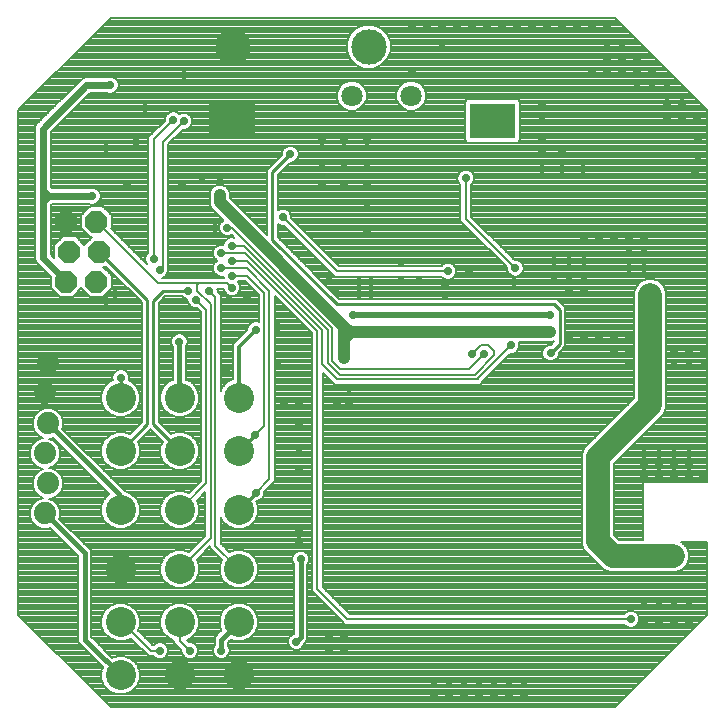
<source format=gbl>
G75*
%MOIN*%
%OFA0B0*%
%FSLAX24Y24*%
%IPPOS*%
%LPD*%
%AMOC8*
5,1,8,0,0,1.08239X$1,22.5*
%
%ADD10OC8,0.0740*%
%ADD11C,0.1181*%
%ADD12R,0.1181X0.1181*%
%ADD13C,0.1000*%
%ADD14C,0.0740*%
%ADD15C,0.0709*%
%ADD16C,0.0280*%
%ADD17C,0.0080*%
%ADD18C,0.0160*%
%ADD19C,0.0100*%
%ADD20C,0.0320*%
%ADD21C,0.0400*%
%ADD22C,0.0240*%
%ADD23C,0.0800*%
%ADD24C,0.0120*%
%ADD25C,0.0200*%
D10*
X001879Y015347D03*
X001979Y016347D03*
X002979Y016347D03*
X002879Y015347D03*
X002879Y017347D03*
X001879Y017347D03*
D11*
X007427Y023182D03*
X011959Y023182D03*
D12*
X015891Y020701D03*
X016284Y020701D03*
X007597Y020701D03*
X007203Y020701D03*
D13*
X007625Y011478D03*
X007625Y009706D03*
X007625Y007738D03*
X007625Y005769D03*
X007625Y003998D03*
X007625Y002226D03*
X005656Y002226D03*
X005656Y003998D03*
X005656Y005769D03*
X003688Y005769D03*
X003688Y003998D03*
X003688Y002226D03*
X003688Y007738D03*
X005656Y007738D03*
X005656Y009706D03*
X005656Y011478D03*
X003688Y011478D03*
X003688Y009706D03*
D14*
X001268Y010620D03*
X001168Y011620D03*
X001268Y012620D03*
X001168Y009620D03*
X001268Y008620D03*
X001168Y007620D03*
D15*
X011394Y021545D03*
X013378Y021545D03*
D16*
X013394Y022345D03*
X014394Y023295D03*
X014394Y023795D03*
X013894Y023795D03*
X013394Y023795D03*
X014894Y023795D03*
X015394Y023795D03*
X015894Y023795D03*
X016394Y023795D03*
X016894Y023795D03*
X017394Y023795D03*
X017894Y023795D03*
X018394Y023795D03*
X018894Y023795D03*
X019394Y023795D03*
X019894Y023795D03*
X019894Y023295D03*
X019894Y022795D03*
X019894Y022295D03*
X019394Y022295D03*
X020394Y022295D03*
X020394Y022795D03*
X020394Y023295D03*
X020894Y022795D03*
X020894Y022295D03*
X020894Y021795D03*
X021394Y021795D03*
X021394Y022295D03*
X021894Y021795D03*
X021894Y021295D03*
X021894Y020795D03*
X022394Y020795D03*
X022394Y021295D03*
X022894Y020795D03*
X022944Y020145D03*
X022944Y019545D03*
X022844Y018945D03*
X021144Y016795D03*
X020644Y016795D03*
X020144Y016795D03*
X019644Y016795D03*
X019144Y016795D03*
X019144Y016045D03*
X019144Y015545D03*
X019144Y015045D03*
X018644Y015045D03*
X018644Y015545D03*
X018144Y015545D03*
X018144Y016045D03*
X018644Y016045D03*
X016844Y015795D03*
X016794Y015345D03*
X017994Y014245D03*
X018644Y013545D03*
X018019Y012970D03*
X019144Y013545D03*
X019644Y013545D03*
X020144Y013545D03*
X020144Y013045D03*
X020644Y013045D03*
X020644Y012595D03*
X020644Y013545D03*
X021094Y014645D03*
X021344Y014895D03*
X021594Y014645D03*
X021144Y015795D03*
X020644Y015795D03*
X020644Y016295D03*
X021144Y016295D03*
X019094Y019095D03*
X018394Y019095D03*
X018394Y019645D03*
X017744Y019645D03*
X017744Y020145D03*
X017744Y020695D03*
X017744Y021195D03*
X017744Y019095D03*
X015194Y018795D03*
X013044Y015995D03*
X013044Y015370D03*
X013644Y015370D03*
X014494Y015245D03*
X014494Y014895D03*
X014594Y015695D03*
X015294Y015695D03*
X016694Y013220D03*
X015794Y012945D03*
X015394Y012945D03*
X012044Y014945D03*
X011644Y014945D03*
X011644Y015345D03*
X012044Y015345D03*
X010844Y015045D03*
X010644Y015545D03*
X011444Y014245D03*
X011294Y011795D03*
X011294Y011295D03*
X010894Y011295D03*
X009644Y011295D03*
X009144Y011295D03*
X009644Y010545D03*
X009644Y009795D03*
X009644Y009045D03*
X008188Y008301D03*
X009644Y007045D03*
X009644Y006695D03*
X009694Y006095D03*
X010644Y003545D03*
X010644Y003045D03*
X011144Y003045D03*
X011144Y003545D03*
X009544Y003345D03*
X007044Y003045D03*
X005994Y003045D03*
X004994Y003045D03*
X008154Y010235D03*
X007194Y012345D03*
X008194Y013745D03*
X008944Y013845D03*
X007894Y014795D03*
X007394Y015145D03*
X007394Y015545D03*
X007044Y015795D03*
X007394Y016045D03*
X007044Y016295D03*
X007394Y016545D03*
X007244Y017145D03*
X006844Y017145D03*
X005744Y018545D03*
X006394Y018845D03*
X006994Y018845D03*
X005794Y020695D03*
X005444Y020745D03*
X004494Y021145D03*
X004194Y019995D03*
X003194Y019795D03*
X003894Y018545D03*
X002744Y018195D03*
X004794Y016095D03*
X004994Y015745D03*
X005944Y015045D03*
X006194Y014745D03*
X006644Y015045D03*
X007294Y014745D03*
X005644Y013345D03*
X003694Y012145D03*
X003194Y014695D03*
X003494Y014945D03*
X008944Y012545D03*
X011894Y017045D03*
X011894Y017795D03*
X011894Y018545D03*
X011144Y018545D03*
X011144Y019295D03*
X011144Y020045D03*
X011894Y020045D03*
X011894Y019295D03*
X010394Y019295D03*
X010394Y020045D03*
X009344Y019595D03*
X010394Y018545D03*
X009094Y017495D03*
X005794Y022245D03*
X003344Y021895D03*
X020694Y004095D03*
X021144Y004045D03*
X021144Y004545D03*
X021644Y004545D03*
X021644Y004045D03*
X022144Y004045D03*
X022144Y004545D03*
X022644Y004545D03*
X022644Y004045D03*
X021744Y005995D03*
X021744Y006395D03*
X022094Y006195D03*
X022144Y008795D03*
X022144Y009195D03*
X022144Y009595D03*
X021644Y009595D03*
X021644Y009195D03*
X021644Y008795D03*
X021144Y008795D03*
X021144Y009195D03*
X021144Y009595D03*
X022644Y009595D03*
X022644Y009195D03*
X022644Y008795D03*
X023094Y008795D03*
X023119Y012545D03*
X022644Y012545D03*
X022144Y012545D03*
X022144Y013045D03*
X022644Y013045D03*
X023119Y013045D03*
X017144Y002045D03*
X016644Y002045D03*
X016144Y002045D03*
X015644Y002045D03*
X015144Y002045D03*
X015144Y001545D03*
X015644Y001545D03*
X016144Y001545D03*
X016644Y001545D03*
X017144Y001545D03*
X014644Y001545D03*
X014144Y001545D03*
X014144Y002045D03*
X014644Y002045D03*
D17*
X003048Y002301D02*
X002236Y002301D01*
X002157Y002379D02*
X003058Y002379D01*
X003048Y002353D02*
X003107Y002496D01*
X002449Y003154D01*
X002274Y003328D01*
X002274Y006204D01*
X001339Y007139D01*
X001269Y007110D01*
X001066Y007110D01*
X000879Y007187D01*
X000735Y007331D01*
X000658Y007518D01*
X000658Y007721D01*
X000735Y007909D01*
X000879Y008052D01*
X001066Y008130D01*
X001118Y008130D01*
X000979Y008187D01*
X000835Y008331D01*
X000758Y008518D01*
X000758Y008721D01*
X000835Y008909D01*
X000979Y009052D01*
X001118Y009110D01*
X001066Y009110D01*
X000879Y009187D01*
X000735Y009331D01*
X000658Y009518D01*
X000658Y009721D01*
X000735Y009909D01*
X000879Y010052D01*
X001066Y010130D01*
X001118Y010130D01*
X000979Y010187D01*
X000835Y010331D01*
X000758Y010518D01*
X000758Y010721D01*
X000835Y010909D01*
X000979Y011052D01*
X001166Y011130D01*
X001369Y011130D01*
X001557Y011052D01*
X001700Y010909D01*
X001778Y010721D01*
X001778Y010518D01*
X001750Y010450D01*
X003828Y008372D01*
X004050Y008280D01*
X004230Y008100D01*
X004328Y007865D01*
X004328Y007610D01*
X004230Y007375D01*
X004050Y007195D01*
X003815Y007098D01*
X003560Y007098D01*
X003325Y007195D01*
X003145Y007375D01*
X003048Y007610D01*
X003048Y007865D01*
X003145Y008100D01*
X003311Y008267D01*
X001636Y008267D01*
X001700Y008331D02*
X001557Y008187D01*
X001369Y008110D01*
X001318Y008110D01*
X001457Y008052D01*
X001600Y007909D01*
X001678Y007721D01*
X001678Y007518D01*
X001650Y007450D01*
X002585Y006515D01*
X002714Y006386D01*
X002714Y003510D01*
X002760Y003465D01*
X003418Y002807D01*
X003560Y002866D01*
X003815Y002866D01*
X004050Y002768D01*
X004230Y002588D01*
X004328Y002353D01*
X004328Y002099D01*
X004230Y001863D01*
X004050Y001683D01*
X003815Y001586D01*
X003560Y001586D01*
X003325Y001683D01*
X003145Y001863D01*
X003048Y002099D01*
X003048Y002353D01*
X003091Y002458D02*
X002079Y002458D01*
X002000Y002536D02*
X003066Y002536D01*
X002988Y002615D02*
X001922Y002615D01*
X001843Y002693D02*
X002909Y002693D01*
X002831Y002772D02*
X001765Y002772D01*
X001686Y002850D02*
X002752Y002850D01*
X002674Y002929D02*
X001608Y002929D01*
X001529Y003007D02*
X002595Y003007D01*
X002516Y003086D02*
X001451Y003086D01*
X001372Y003164D02*
X002438Y003164D01*
X002359Y003243D02*
X001294Y003243D01*
X001215Y003321D02*
X002281Y003321D01*
X002274Y003400D02*
X001137Y003400D01*
X001058Y003478D02*
X002274Y003478D01*
X002274Y003557D02*
X000980Y003557D01*
X000901Y003635D02*
X002274Y003635D01*
X002274Y003714D02*
X000823Y003714D01*
X000744Y003792D02*
X002274Y003792D01*
X002274Y003871D02*
X000666Y003871D01*
X000587Y003949D02*
X002274Y003949D01*
X002274Y004028D02*
X000509Y004028D01*
X000430Y004106D02*
X002274Y004106D01*
X002274Y004185D02*
X000352Y004185D01*
X000284Y004252D02*
X000284Y021066D01*
X003352Y024133D01*
X020165Y024133D01*
X023233Y021066D01*
X023233Y008670D01*
X021094Y008670D01*
X021094Y006735D01*
X020318Y006735D01*
X020137Y006916D01*
X020137Y009274D01*
X021802Y010939D01*
X021884Y011137D01*
X021884Y011352D01*
X021884Y015002D01*
X021802Y015201D01*
X021650Y015353D01*
X021452Y015435D01*
X021237Y015435D01*
X021038Y015353D01*
X020886Y015201D01*
X020804Y015002D01*
X020804Y011468D01*
X019139Y009804D01*
X019057Y009605D01*
X019057Y006585D01*
X019139Y006386D01*
X019291Y006234D01*
X019291Y006234D01*
X019636Y005889D01*
X019788Y005737D01*
X019987Y005655D01*
X022202Y005655D01*
X022400Y005737D01*
X022552Y005889D01*
X022634Y006087D01*
X022634Y006302D01*
X022552Y006501D01*
X022400Y006653D01*
X022359Y006670D01*
X023233Y006670D01*
X023233Y004252D01*
X020165Y001185D01*
X003352Y001185D01*
X000284Y004252D01*
X000284Y004263D02*
X002274Y004263D01*
X002274Y004342D02*
X000284Y004342D01*
X000284Y004420D02*
X002274Y004420D01*
X002274Y004499D02*
X000284Y004499D01*
X000284Y004577D02*
X002274Y004577D01*
X002274Y004656D02*
X000284Y004656D01*
X000284Y004734D02*
X002274Y004734D01*
X002274Y004813D02*
X000284Y004813D01*
X000284Y004891D02*
X002274Y004891D01*
X002274Y004970D02*
X000284Y004970D01*
X000284Y005048D02*
X002274Y005048D01*
X002274Y005127D02*
X000284Y005127D01*
X000284Y005205D02*
X002274Y005205D01*
X002274Y005284D02*
X000284Y005284D01*
X000284Y005362D02*
X002274Y005362D01*
X002274Y005441D02*
X000284Y005441D01*
X000284Y005519D02*
X002274Y005519D01*
X002274Y005598D02*
X000284Y005598D01*
X000284Y005676D02*
X002274Y005676D01*
X002274Y005755D02*
X000284Y005755D01*
X000284Y005833D02*
X002274Y005833D01*
X002274Y005912D02*
X000284Y005912D01*
X000284Y005990D02*
X002274Y005990D01*
X002274Y006069D02*
X000284Y006069D01*
X000284Y006147D02*
X002274Y006147D01*
X002252Y006226D02*
X000284Y006226D01*
X000284Y006304D02*
X002174Y006304D01*
X002095Y006383D02*
X000284Y006383D01*
X000284Y006461D02*
X002017Y006461D01*
X001938Y006540D02*
X000284Y006540D01*
X000284Y006618D02*
X001860Y006618D01*
X001781Y006697D02*
X000284Y006697D01*
X000284Y006775D02*
X001703Y006775D01*
X001624Y006854D02*
X000284Y006854D01*
X000284Y006932D02*
X001546Y006932D01*
X001467Y007011D02*
X000284Y007011D01*
X000284Y007089D02*
X001389Y007089D01*
X001697Y007403D02*
X003133Y007403D01*
X003101Y007482D02*
X001663Y007482D01*
X001678Y007560D02*
X003068Y007560D01*
X003048Y007639D02*
X001678Y007639D01*
X001678Y007717D02*
X003048Y007717D01*
X003048Y007796D02*
X001647Y007796D01*
X001614Y007874D02*
X003051Y007874D01*
X003084Y007953D02*
X001556Y007953D01*
X001477Y008031D02*
X003116Y008031D01*
X003155Y008110D02*
X001370Y008110D01*
X001558Y008188D02*
X003233Y008188D01*
X003311Y008267D02*
X001439Y010139D01*
X001369Y010110D01*
X001318Y010110D01*
X001457Y010052D01*
X001600Y009909D01*
X001678Y009721D01*
X001678Y009518D01*
X001600Y009331D01*
X001457Y009187D01*
X001318Y009130D01*
X001369Y009130D01*
X001557Y009052D01*
X002526Y009052D01*
X002448Y009130D02*
X001319Y009130D01*
X001478Y009209D02*
X002369Y009209D01*
X002291Y009287D02*
X001557Y009287D01*
X001615Y009366D02*
X002212Y009366D01*
X002134Y009444D02*
X001647Y009444D01*
X001678Y009523D02*
X002055Y009523D01*
X001977Y009601D02*
X001678Y009601D01*
X001678Y009680D02*
X001898Y009680D01*
X001820Y009758D02*
X001662Y009758D01*
X001630Y009837D02*
X001741Y009837D01*
X001663Y009915D02*
X001593Y009915D01*
X001584Y009994D02*
X001515Y009994D01*
X001506Y010072D02*
X001408Y010072D01*
X001067Y010151D02*
X000284Y010151D01*
X000284Y010229D02*
X000937Y010229D01*
X000858Y010308D02*
X000284Y010308D01*
X000284Y010386D02*
X000812Y010386D01*
X000780Y010465D02*
X000284Y010465D01*
X000284Y010543D02*
X000758Y010543D01*
X000758Y010622D02*
X000284Y010622D01*
X000284Y010700D02*
X000758Y010700D01*
X000782Y010779D02*
X000284Y010779D01*
X000284Y010857D02*
X000814Y010857D01*
X000863Y010936D02*
X000284Y010936D01*
X000284Y011014D02*
X000941Y011014D01*
X001078Y011093D02*
X000284Y011093D01*
X000284Y011171D02*
X003122Y011171D01*
X003145Y011115D02*
X003325Y010935D01*
X003560Y010838D01*
X003815Y010838D01*
X004050Y010935D01*
X004230Y011115D01*
X004328Y011351D01*
X004328Y011605D01*
X004230Y011840D01*
X004050Y012020D01*
X003961Y012057D01*
X003974Y012089D01*
X003974Y012201D01*
X003932Y012303D01*
X003853Y012382D01*
X003750Y012425D01*
X003639Y012425D01*
X003536Y012382D01*
X003457Y012303D01*
X003414Y012201D01*
X003414Y012089D01*
X003425Y012062D01*
X003325Y012020D01*
X003145Y011840D01*
X003048Y011605D01*
X003048Y011351D01*
X003145Y011115D01*
X003167Y011093D02*
X001458Y011093D01*
X001594Y011014D02*
X003246Y011014D01*
X003324Y010936D02*
X001673Y010936D01*
X001721Y010857D02*
X003513Y010857D01*
X003862Y010857D02*
X004386Y010857D01*
X004386Y010779D02*
X001754Y010779D01*
X001778Y010700D02*
X004386Y010700D01*
X004386Y010673D02*
X003987Y010275D01*
X003815Y010346D01*
X003560Y010346D01*
X003325Y010249D01*
X003145Y010069D01*
X003048Y009834D01*
X003048Y009579D01*
X003145Y009344D01*
X003325Y009164D01*
X003560Y009066D01*
X003815Y009066D01*
X004050Y009164D01*
X004230Y009344D01*
X004328Y009579D01*
X004328Y009834D01*
X004256Y010006D01*
X004654Y010404D01*
X004672Y010422D01*
X005088Y010006D01*
X005016Y009834D01*
X005016Y009579D01*
X005113Y009344D01*
X005294Y009164D01*
X005529Y009066D01*
X005783Y009066D01*
X006019Y009164D01*
X006199Y009344D01*
X006296Y009579D01*
X006296Y009834D01*
X006199Y010069D01*
X006019Y010249D01*
X005783Y010346D01*
X005529Y010346D01*
X005356Y010275D01*
X004957Y010674D01*
X004957Y014639D01*
X005173Y014855D01*
X005738Y014855D01*
X005786Y014807D01*
X005889Y014765D01*
X005914Y014765D01*
X005914Y014689D01*
X005957Y014586D01*
X006036Y014507D01*
X006139Y014465D01*
X006220Y014465D01*
X006364Y014320D01*
X006364Y008700D01*
X005966Y008302D01*
X005783Y008378D01*
X005529Y008378D01*
X005294Y008280D01*
X005113Y008100D01*
X005016Y007865D01*
X005016Y007610D01*
X005113Y007375D01*
X005294Y007195D01*
X005529Y007098D01*
X005783Y007098D01*
X006019Y007195D01*
X006199Y007375D01*
X006296Y007610D01*
X006296Y007865D01*
X006220Y008048D01*
X006511Y008338D01*
X006511Y006879D01*
X005966Y006334D01*
X005783Y006409D01*
X005529Y006409D01*
X005294Y006312D01*
X005113Y006132D01*
X005016Y005897D01*
X005016Y005642D01*
X005113Y005407D01*
X005294Y005227D01*
X005529Y005129D01*
X005783Y005129D01*
X006019Y005227D01*
X006199Y005407D01*
X006296Y005642D01*
X006296Y005897D01*
X006220Y006079D01*
X006664Y006523D01*
X006664Y006475D01*
X007060Y006079D01*
X006985Y005897D01*
X006985Y005642D01*
X007082Y005407D01*
X007262Y005227D01*
X007497Y005129D01*
X007752Y005129D01*
X007987Y005227D01*
X008167Y005407D01*
X008265Y005642D01*
X008265Y005897D01*
X008167Y006132D01*
X007987Y006312D01*
X007752Y006409D01*
X007497Y006409D01*
X007315Y006334D01*
X007024Y006624D01*
X007024Y007515D01*
X007082Y007375D01*
X007262Y007195D01*
X007497Y007098D01*
X007752Y007098D01*
X007987Y007195D01*
X008167Y007375D01*
X008265Y007610D01*
X008265Y007865D01*
X008200Y008021D01*
X008244Y008021D01*
X008347Y008064D01*
X008425Y008142D01*
X008468Y008245D01*
X008468Y008327D01*
X008828Y008687D01*
X008828Y014811D01*
X008824Y014815D01*
X008824Y014860D01*
X010064Y013620D01*
X010064Y005020D01*
X011064Y004020D01*
X011170Y003915D01*
X020478Y003915D01*
X020536Y003857D01*
X020639Y003815D01*
X020750Y003815D01*
X020853Y003857D01*
X020932Y003936D01*
X020974Y004039D01*
X020974Y004151D01*
X020932Y004253D01*
X020853Y004332D01*
X020750Y004375D01*
X020639Y004375D01*
X020536Y004332D01*
X020478Y004275D01*
X011319Y004275D01*
X010424Y005169D01*
X010424Y012310D01*
X010820Y011915D01*
X015669Y011915D01*
X015774Y012020D01*
X015774Y012045D01*
X016669Y012940D01*
X016750Y012940D01*
X016853Y012982D01*
X016932Y013061D01*
X016974Y013164D01*
X016974Y013276D01*
X016952Y013330D01*
X018062Y013330D01*
X018138Y013361D01*
X018138Y013357D01*
X018031Y013250D01*
X017964Y013250D01*
X017861Y013207D01*
X017782Y013128D01*
X017739Y013026D01*
X017739Y012914D01*
X017782Y012811D01*
X017861Y012732D01*
X017964Y012690D01*
X018075Y012690D01*
X018178Y012732D01*
X018257Y012811D01*
X018299Y012914D01*
X018299Y012981D01*
X018518Y013200D01*
X018518Y014486D01*
X018407Y014597D01*
X018331Y014674D01*
X018219Y014785D01*
X010970Y014785D01*
X008934Y016821D01*
X008934Y017259D01*
X008936Y017257D01*
X009039Y017215D01*
X009120Y017215D01*
X010820Y015515D01*
X014378Y015515D01*
X014436Y015457D01*
X014539Y015415D01*
X014650Y015415D01*
X014753Y015457D01*
X014832Y015536D01*
X014874Y015639D01*
X014874Y015751D01*
X014832Y015853D01*
X014753Y015932D01*
X014650Y015975D01*
X014539Y015975D01*
X014436Y015932D01*
X014378Y015875D01*
X010969Y015875D01*
X009374Y017469D01*
X009374Y017551D01*
X009332Y017653D01*
X009253Y017732D01*
X009150Y017775D01*
X009039Y017775D01*
X008936Y017732D01*
X008934Y017731D01*
X008934Y018916D01*
X009333Y019315D01*
X009400Y019315D01*
X009503Y019357D01*
X009582Y019436D01*
X009624Y019539D01*
X009624Y019651D01*
X009582Y019753D01*
X009503Y019832D01*
X009400Y019875D01*
X009289Y019875D01*
X009186Y019832D01*
X009107Y019753D01*
X009064Y019651D01*
X009064Y019584D01*
X008554Y019074D01*
X008554Y016916D01*
X007334Y018136D01*
X007334Y018312D01*
X007282Y018437D01*
X007187Y018533D01*
X007062Y018585D01*
X006927Y018585D01*
X006802Y018533D01*
X006706Y018437D01*
X006654Y018312D01*
X006654Y017927D01*
X006706Y017802D01*
X006802Y017707D01*
X007114Y017394D01*
X007086Y017382D01*
X007007Y017303D01*
X006964Y017201D01*
X006964Y017089D01*
X007007Y016986D01*
X007086Y016907D01*
X007189Y016865D01*
X007300Y016865D01*
X007385Y016900D01*
X007467Y016818D01*
X007450Y016825D01*
X007339Y016825D01*
X007236Y016782D01*
X007157Y016703D01*
X007114Y016601D01*
X007114Y016569D01*
X007100Y016575D01*
X006989Y016575D01*
X006886Y016532D01*
X006807Y016453D01*
X006764Y016351D01*
X006764Y016239D01*
X006807Y016136D01*
X006886Y016057D01*
X006916Y016045D01*
X006886Y016032D01*
X006807Y015953D01*
X006764Y015851D01*
X006764Y015739D01*
X006807Y015636D01*
X006886Y015557D01*
X006989Y015515D01*
X007100Y015515D01*
X007114Y015521D01*
X007114Y015489D01*
X007120Y015475D01*
X005074Y015475D01*
X005153Y015507D01*
X005232Y015586D01*
X005274Y015689D01*
X005274Y019920D01*
X005769Y020415D01*
X005850Y020415D01*
X005953Y020457D01*
X006032Y020536D01*
X006074Y020639D01*
X006074Y020751D01*
X006032Y020853D01*
X005953Y020932D01*
X005850Y020975D01*
X005739Y020975D01*
X005648Y020937D01*
X005603Y020982D01*
X005500Y021025D01*
X005389Y021025D01*
X005286Y020982D01*
X005207Y020903D01*
X005164Y020801D01*
X005164Y020719D01*
X004614Y020169D01*
X004614Y016311D01*
X004557Y016253D01*
X004514Y016151D01*
X004514Y016039D01*
X004556Y015937D01*
X003373Y017120D01*
X003389Y017136D01*
X003389Y017558D01*
X003090Y017857D01*
X002668Y017857D01*
X002369Y017558D01*
X002369Y017136D01*
X002668Y016837D01*
X002748Y016837D01*
X002479Y016568D01*
X002190Y016857D01*
X001768Y016857D01*
X001469Y016558D01*
X001469Y016138D01*
X001354Y016253D01*
X001354Y017887D01*
X001402Y017935D01*
X002640Y017935D01*
X002689Y017915D01*
X002800Y017915D01*
X002903Y017957D01*
X002982Y018036D01*
X003024Y018139D01*
X003024Y018251D01*
X002982Y018353D01*
X002903Y018432D01*
X002800Y018475D01*
X002689Y018475D01*
X002640Y018455D01*
X001402Y018455D01*
X001354Y018503D01*
X001354Y020337D01*
X002652Y021635D01*
X003240Y021635D01*
X003289Y021615D01*
X003400Y021615D01*
X003503Y021657D01*
X003582Y021736D01*
X003624Y021839D01*
X003624Y021951D01*
X003582Y022053D01*
X003503Y022132D01*
X003400Y022175D01*
X003289Y022175D01*
X003240Y022155D01*
X002493Y022155D01*
X002397Y022115D01*
X002324Y022042D01*
X000874Y020592D01*
X000834Y020497D01*
X000834Y016093D01*
X000874Y015998D01*
X000947Y015924D01*
X001369Y015502D01*
X001369Y015136D01*
X001668Y014837D01*
X002090Y014837D01*
X002379Y015126D01*
X002668Y014837D01*
X003090Y014837D01*
X003389Y015136D01*
X003389Y015558D01*
X003110Y015837D01*
X003190Y015837D01*
X003205Y015852D01*
X004386Y014672D01*
X004386Y010673D01*
X004334Y010622D02*
X001778Y010622D01*
X001778Y010543D02*
X004256Y010543D01*
X004177Y010465D02*
X001756Y010465D01*
X001814Y010386D02*
X004099Y010386D01*
X004020Y010308D02*
X003908Y010308D01*
X003468Y010308D02*
X001892Y010308D01*
X001971Y010229D02*
X003306Y010229D01*
X003227Y010151D02*
X002049Y010151D01*
X002128Y010072D02*
X003149Y010072D01*
X003114Y009994D02*
X002206Y009994D01*
X002285Y009915D02*
X003081Y009915D01*
X003049Y009837D02*
X002363Y009837D01*
X002442Y009758D02*
X003048Y009758D01*
X003048Y009680D02*
X002520Y009680D01*
X002599Y009601D02*
X003048Y009601D01*
X003071Y009523D02*
X002677Y009523D01*
X002756Y009444D02*
X003103Y009444D01*
X003136Y009366D02*
X002834Y009366D01*
X002913Y009287D02*
X003201Y009287D01*
X003280Y009209D02*
X002991Y009209D01*
X003070Y009130D02*
X003405Y009130D01*
X003227Y008973D02*
X006364Y008973D01*
X006364Y008895D02*
X003305Y008895D01*
X003384Y008816D02*
X006364Y008816D01*
X006364Y008738D02*
X003462Y008738D01*
X003541Y008659D02*
X006323Y008659D01*
X006245Y008581D02*
X003619Y008581D01*
X003698Y008502D02*
X006166Y008502D01*
X006088Y008424D02*
X003776Y008424D01*
X003893Y008345D02*
X005451Y008345D01*
X005280Y008267D02*
X004064Y008267D01*
X004142Y008188D02*
X005202Y008188D01*
X005123Y008110D02*
X004221Y008110D01*
X004259Y008031D02*
X005085Y008031D01*
X005052Y007953D02*
X004291Y007953D01*
X004324Y007874D02*
X005020Y007874D01*
X005016Y007796D02*
X004328Y007796D01*
X004328Y007717D02*
X005016Y007717D01*
X005016Y007639D02*
X004328Y007639D01*
X004307Y007560D02*
X005037Y007560D01*
X005069Y007482D02*
X004274Y007482D01*
X004242Y007403D02*
X005102Y007403D01*
X005164Y007325D02*
X004180Y007325D01*
X004101Y007246D02*
X005242Y007246D01*
X005359Y007168D02*
X003984Y007168D01*
X003391Y007168D02*
X001932Y007168D01*
X001854Y007246D02*
X003274Y007246D01*
X003195Y007325D02*
X001775Y007325D01*
X002011Y007089D02*
X006511Y007089D01*
X006511Y007011D02*
X002089Y007011D01*
X002168Y006932D02*
X006511Y006932D01*
X006486Y006854D02*
X002246Y006854D01*
X002325Y006775D02*
X006408Y006775D01*
X006329Y006697D02*
X002403Y006697D01*
X002482Y006618D02*
X006251Y006618D01*
X006172Y006540D02*
X002560Y006540D01*
X002639Y006461D02*
X006094Y006461D01*
X006015Y006383D02*
X005847Y006383D01*
X005465Y006383D02*
X002714Y006383D01*
X002714Y006304D02*
X005286Y006304D01*
X005208Y006226D02*
X002714Y006226D01*
X002714Y006147D02*
X005129Y006147D01*
X005087Y006069D02*
X002714Y006069D01*
X002714Y005990D02*
X005055Y005990D01*
X005022Y005912D02*
X002714Y005912D01*
X002714Y005833D02*
X005016Y005833D01*
X005016Y005755D02*
X002714Y005755D01*
X002714Y005676D02*
X005016Y005676D01*
X005034Y005598D02*
X002714Y005598D01*
X002714Y005519D02*
X005067Y005519D01*
X005099Y005441D02*
X002714Y005441D01*
X002714Y005362D02*
X005158Y005362D01*
X005236Y005284D02*
X002714Y005284D01*
X002714Y005205D02*
X005345Y005205D01*
X005656Y005769D02*
X006691Y006804D01*
X006691Y014598D01*
X006244Y015045D01*
X006244Y015195D01*
X006244Y015245D01*
X006294Y015295D01*
X007244Y015295D01*
X007394Y015145D01*
X007590Y015345D02*
X007610Y015365D01*
X007820Y015365D01*
X008286Y014899D01*
X008286Y014010D01*
X008250Y014025D01*
X008139Y014025D01*
X008036Y013982D01*
X007957Y013903D01*
X007914Y013801D01*
X007914Y013748D01*
X007425Y013258D01*
X007425Y012088D01*
X007262Y012020D01*
X007082Y011840D01*
X007024Y011701D01*
X007024Y014919D01*
X006924Y015019D01*
X006924Y015101D01*
X006918Y015115D01*
X007114Y015115D01*
X007114Y015089D01*
X007157Y014986D01*
X007236Y014907D01*
X007339Y014865D01*
X007450Y014865D01*
X007553Y014907D01*
X007632Y014986D01*
X007674Y015089D01*
X007674Y015201D01*
X007632Y015303D01*
X007590Y015345D01*
X007603Y015332D02*
X007853Y015332D01*
X007931Y015253D02*
X007652Y015253D01*
X007674Y015175D02*
X008010Y015175D01*
X008088Y015096D02*
X007674Y015096D01*
X007645Y015018D02*
X008167Y015018D01*
X008245Y014939D02*
X007585Y014939D01*
X007204Y014939D02*
X007004Y014939D01*
X007024Y014861D02*
X008286Y014861D01*
X008286Y014782D02*
X007024Y014782D01*
X007024Y014704D02*
X008286Y014704D01*
X008286Y014625D02*
X007024Y014625D01*
X007024Y014547D02*
X008286Y014547D01*
X008286Y014468D02*
X007024Y014468D01*
X007024Y014390D02*
X008286Y014390D01*
X008286Y014311D02*
X007024Y014311D01*
X007024Y014233D02*
X008286Y014233D01*
X008286Y014154D02*
X007024Y014154D01*
X007024Y014076D02*
X008286Y014076D01*
X008072Y013997D02*
X007024Y013997D01*
X007024Y013919D02*
X007972Y013919D01*
X007931Y013840D02*
X007024Y013840D01*
X007024Y013762D02*
X007914Y013762D01*
X007850Y013683D02*
X007024Y013683D01*
X007024Y013605D02*
X007771Y013605D01*
X007693Y013526D02*
X007024Y013526D01*
X007024Y013448D02*
X007614Y013448D01*
X007536Y013369D02*
X007024Y013369D01*
X007024Y013291D02*
X007457Y013291D01*
X007425Y013212D02*
X007024Y013212D01*
X007024Y013134D02*
X007425Y013134D01*
X007425Y013055D02*
X007024Y013055D01*
X007024Y012977D02*
X007425Y012977D01*
X007425Y012898D02*
X007024Y012898D01*
X007024Y012820D02*
X007425Y012820D01*
X007425Y012741D02*
X007024Y012741D01*
X007024Y012663D02*
X007425Y012663D01*
X007425Y012584D02*
X007024Y012584D01*
X007024Y012506D02*
X007425Y012506D01*
X007425Y012427D02*
X007024Y012427D01*
X007024Y012349D02*
X007425Y012349D01*
X007425Y012270D02*
X007024Y012270D01*
X007024Y012192D02*
X007425Y012192D01*
X007425Y012113D02*
X007024Y012113D01*
X007024Y012035D02*
X007297Y012035D01*
X007198Y011956D02*
X007024Y011956D01*
X007024Y011878D02*
X007119Y011878D01*
X007065Y011799D02*
X007024Y011799D01*
X007024Y011721D02*
X007032Y011721D01*
X006364Y011721D02*
X006248Y011721D01*
X006216Y011799D02*
X006364Y011799D01*
X006364Y011878D02*
X006161Y011878D01*
X006199Y011840D02*
X006019Y012020D01*
X005864Y012084D01*
X005864Y013169D01*
X005882Y013186D01*
X005924Y013289D01*
X005924Y013401D01*
X005882Y013503D01*
X005803Y013582D01*
X005700Y013625D01*
X005589Y013625D01*
X005486Y013582D01*
X005407Y013503D01*
X005364Y013401D01*
X005364Y013289D01*
X005407Y013186D01*
X005424Y013169D01*
X005424Y012075D01*
X005294Y012020D01*
X005113Y011840D01*
X005016Y011605D01*
X005016Y011351D01*
X005113Y011115D01*
X005294Y010935D01*
X005529Y010838D01*
X005783Y010838D01*
X006019Y010935D01*
X006199Y011115D01*
X006296Y011351D01*
X006296Y011605D01*
X006199Y011840D01*
X006083Y011956D02*
X006364Y011956D01*
X006364Y012035D02*
X005984Y012035D01*
X005864Y012113D02*
X006364Y012113D01*
X006364Y012192D02*
X005864Y012192D01*
X005864Y012270D02*
X006364Y012270D01*
X006364Y012349D02*
X005864Y012349D01*
X005864Y012427D02*
X006364Y012427D01*
X006364Y012506D02*
X005864Y012506D01*
X005864Y012584D02*
X006364Y012584D01*
X006364Y012663D02*
X005864Y012663D01*
X005864Y012741D02*
X006364Y012741D01*
X006364Y012820D02*
X005864Y012820D01*
X005864Y012898D02*
X006364Y012898D01*
X006364Y012977D02*
X005864Y012977D01*
X005864Y013055D02*
X006364Y013055D01*
X006364Y013134D02*
X005864Y013134D01*
X005892Y013212D02*
X006364Y013212D01*
X006364Y013291D02*
X005924Y013291D01*
X005924Y013369D02*
X006364Y013369D01*
X006364Y013448D02*
X005905Y013448D01*
X005859Y013526D02*
X006364Y013526D01*
X006364Y013605D02*
X005748Y013605D01*
X005540Y013605D02*
X004957Y013605D01*
X004957Y013683D02*
X006364Y013683D01*
X006364Y013762D02*
X004957Y013762D01*
X004957Y013840D02*
X006364Y013840D01*
X006364Y013919D02*
X004957Y013919D01*
X004957Y013997D02*
X006364Y013997D01*
X006364Y014076D02*
X004957Y014076D01*
X004957Y014154D02*
X006364Y014154D01*
X006364Y014233D02*
X004957Y014233D01*
X004957Y014311D02*
X006364Y014311D01*
X006295Y014390D02*
X004957Y014390D01*
X004957Y014468D02*
X006130Y014468D01*
X005996Y014547D02*
X004957Y014547D01*
X004957Y014625D02*
X005941Y014625D01*
X005914Y014704D02*
X005022Y014704D01*
X005100Y014782D02*
X005846Y014782D01*
X006194Y014745D02*
X006544Y014395D01*
X006544Y008626D01*
X005656Y007738D01*
X005862Y008345D02*
X006009Y008345D01*
X006283Y008110D02*
X006511Y008110D01*
X006511Y008188D02*
X006361Y008188D01*
X006440Y008267D02*
X006511Y008267D01*
X006511Y008031D02*
X006227Y008031D01*
X006260Y007953D02*
X006511Y007953D01*
X006511Y007874D02*
X006292Y007874D01*
X006296Y007796D02*
X006511Y007796D01*
X006511Y007717D02*
X006296Y007717D01*
X006296Y007639D02*
X006511Y007639D01*
X006511Y007560D02*
X006275Y007560D01*
X006243Y007482D02*
X006511Y007482D01*
X006511Y007403D02*
X006210Y007403D01*
X006148Y007325D02*
X006511Y007325D01*
X006511Y007246D02*
X006070Y007246D01*
X005953Y007168D02*
X006511Y007168D01*
X007024Y007168D02*
X007328Y007168D01*
X007211Y007246D02*
X007024Y007246D01*
X007024Y007325D02*
X007132Y007325D01*
X007070Y007403D02*
X007024Y007403D01*
X007024Y007482D02*
X007038Y007482D01*
X007024Y007089D02*
X010064Y007089D01*
X010064Y007011D02*
X007024Y007011D01*
X007024Y006932D02*
X010064Y006932D01*
X010064Y006854D02*
X007024Y006854D01*
X007024Y006775D02*
X010064Y006775D01*
X010064Y006697D02*
X007024Y006697D01*
X007030Y006618D02*
X010064Y006618D01*
X010064Y006540D02*
X007108Y006540D01*
X007187Y006461D02*
X010064Y006461D01*
X010064Y006383D02*
X007816Y006383D01*
X007995Y006304D02*
X009508Y006304D01*
X009536Y006332D02*
X009457Y006253D01*
X009414Y006151D01*
X009414Y006039D01*
X009457Y005936D01*
X009474Y005919D01*
X009474Y003619D01*
X009386Y003582D01*
X009307Y003503D01*
X009264Y003401D01*
X009264Y003289D01*
X009307Y003186D01*
X009386Y003107D01*
X009489Y003065D01*
X009600Y003065D01*
X009703Y003107D01*
X009782Y003186D01*
X009824Y003289D01*
X009824Y003314D01*
X009914Y003404D01*
X009914Y005919D01*
X009932Y005936D01*
X009974Y006039D01*
X009974Y006151D01*
X009932Y006253D01*
X009853Y006332D01*
X009750Y006375D01*
X009639Y006375D01*
X009536Y006332D01*
X009445Y006226D02*
X008073Y006226D01*
X008152Y006147D02*
X009414Y006147D01*
X009414Y006069D02*
X008193Y006069D01*
X008226Y005990D02*
X009434Y005990D01*
X009474Y005912D02*
X008258Y005912D01*
X008265Y005833D02*
X009474Y005833D01*
X009474Y005755D02*
X008265Y005755D01*
X008265Y005676D02*
X009474Y005676D01*
X009474Y005598D02*
X008246Y005598D01*
X008214Y005519D02*
X009474Y005519D01*
X009474Y005441D02*
X008181Y005441D01*
X008123Y005362D02*
X009474Y005362D01*
X009474Y005284D02*
X008044Y005284D01*
X007936Y005205D02*
X009474Y005205D01*
X009474Y005127D02*
X002714Y005127D01*
X002714Y005048D02*
X009474Y005048D01*
X009474Y004970D02*
X002714Y004970D01*
X002714Y004891D02*
X009474Y004891D01*
X009474Y004813D02*
X002714Y004813D01*
X002714Y004734D02*
X009474Y004734D01*
X009474Y004656D02*
X002714Y004656D01*
X002714Y004577D02*
X003415Y004577D01*
X003325Y004540D02*
X003145Y004360D01*
X003048Y004125D01*
X003048Y003870D01*
X003145Y003635D01*
X003325Y003455D01*
X003560Y003358D01*
X003815Y003358D01*
X004036Y003449D01*
X004620Y002865D01*
X004778Y002865D01*
X004836Y002807D01*
X004939Y002765D01*
X005050Y002765D01*
X005153Y002807D01*
X005232Y002886D01*
X005274Y002989D01*
X005274Y003101D01*
X005232Y003203D01*
X005153Y003282D01*
X005050Y003325D01*
X004939Y003325D01*
X004836Y003282D01*
X004778Y003225D01*
X004769Y003225D01*
X004268Y003726D01*
X004328Y003870D01*
X004328Y004125D01*
X004230Y004360D01*
X004050Y004540D01*
X003815Y004638D01*
X003560Y004638D01*
X003325Y004540D01*
X003284Y004499D02*
X002714Y004499D01*
X002714Y004420D02*
X003205Y004420D01*
X003137Y004342D02*
X002714Y004342D01*
X002714Y004263D02*
X003105Y004263D01*
X003072Y004185D02*
X002714Y004185D01*
X002714Y004106D02*
X003048Y004106D01*
X003048Y004028D02*
X002714Y004028D01*
X002714Y003949D02*
X003048Y003949D01*
X003048Y003871D02*
X002714Y003871D01*
X002714Y003792D02*
X003080Y003792D01*
X003112Y003714D02*
X002714Y003714D01*
X002714Y003635D02*
X003145Y003635D01*
X003223Y003557D02*
X002714Y003557D01*
X002746Y003478D02*
X003302Y003478D01*
X003458Y003400D02*
X002825Y003400D01*
X002903Y003321D02*
X004163Y003321D01*
X004242Y003243D02*
X002982Y003243D01*
X003060Y003164D02*
X004320Y003164D01*
X004399Y003086D02*
X003139Y003086D01*
X003217Y003007D02*
X004477Y003007D01*
X004556Y002929D02*
X003296Y002929D01*
X003374Y002850D02*
X003523Y002850D01*
X003852Y002850D02*
X004793Y002850D01*
X004922Y002772D02*
X004042Y002772D01*
X004125Y002693D02*
X021673Y002693D01*
X021595Y002615D02*
X004204Y002615D01*
X004252Y002536D02*
X021516Y002536D01*
X021438Y002458D02*
X004284Y002458D01*
X004317Y002379D02*
X021359Y002379D01*
X021281Y002301D02*
X004328Y002301D01*
X004328Y002222D02*
X021202Y002222D01*
X021124Y002144D02*
X004328Y002144D01*
X004314Y002065D02*
X021045Y002065D01*
X020967Y001987D02*
X004281Y001987D01*
X004249Y001908D02*
X020888Y001908D01*
X020810Y001830D02*
X004197Y001830D01*
X004118Y001751D02*
X020731Y001751D01*
X020653Y001673D02*
X004025Y001673D01*
X003835Y001594D02*
X020574Y001594D01*
X020496Y001516D02*
X003021Y001516D01*
X002942Y001594D02*
X003540Y001594D01*
X003350Y001673D02*
X002864Y001673D01*
X002785Y001751D02*
X003257Y001751D01*
X003179Y001830D02*
X002707Y001830D01*
X002628Y001908D02*
X003126Y001908D01*
X003094Y001987D02*
X002550Y001987D01*
X002471Y002065D02*
X003061Y002065D01*
X003048Y002144D02*
X002393Y002144D01*
X002314Y002222D02*
X003048Y002222D01*
X003099Y001437D02*
X020417Y001437D01*
X020339Y001359D02*
X003178Y001359D01*
X003256Y001280D02*
X020260Y001280D01*
X020182Y001202D02*
X003335Y001202D01*
X005067Y002772D02*
X005922Y002772D01*
X005939Y002765D02*
X006050Y002765D01*
X006153Y002807D01*
X006232Y002886D01*
X006274Y002989D01*
X006274Y003101D01*
X006232Y003203D01*
X006153Y003282D01*
X006050Y003325D01*
X005969Y003325D01*
X005891Y003402D01*
X006019Y003455D01*
X006199Y003635D01*
X006296Y003870D01*
X006296Y004125D01*
X006199Y004360D01*
X006019Y004540D01*
X005783Y004638D01*
X005529Y004638D01*
X005294Y004540D01*
X005113Y004360D01*
X005016Y004125D01*
X005016Y003870D01*
X005113Y003635D01*
X005294Y003455D01*
X005476Y003379D01*
X005476Y003308D01*
X005714Y003070D01*
X005714Y002989D01*
X005757Y002886D01*
X005836Y002807D01*
X005939Y002765D01*
X006067Y002772D02*
X006972Y002772D01*
X006989Y002765D02*
X007100Y002765D01*
X007203Y002807D01*
X007282Y002886D01*
X007324Y002989D01*
X007324Y003101D01*
X007282Y003203D01*
X007264Y003221D01*
X007264Y003326D01*
X007355Y003417D01*
X007497Y003358D01*
X007752Y003358D01*
X007987Y003455D01*
X008167Y003635D01*
X008265Y003870D01*
X008265Y004125D01*
X008167Y004360D01*
X007987Y004540D01*
X007752Y004638D01*
X007497Y004638D01*
X007262Y004540D01*
X007082Y004360D01*
X006985Y004125D01*
X006985Y003870D01*
X007044Y003728D01*
X006824Y003508D01*
X006824Y003221D01*
X006807Y003203D01*
X006764Y003101D01*
X006764Y002989D01*
X006807Y002886D01*
X006886Y002807D01*
X006989Y002765D01*
X007117Y002772D02*
X021752Y002772D01*
X021830Y002850D02*
X007246Y002850D01*
X007299Y002929D02*
X021909Y002929D01*
X021987Y003007D02*
X007324Y003007D01*
X007324Y003086D02*
X009438Y003086D01*
X009329Y003164D02*
X007298Y003164D01*
X007264Y003243D02*
X009283Y003243D01*
X009264Y003321D02*
X007264Y003321D01*
X007338Y003400D02*
X007395Y003400D01*
X007854Y003400D02*
X009264Y003400D01*
X009296Y003478D02*
X008010Y003478D01*
X008089Y003557D02*
X009360Y003557D01*
X009474Y003635D02*
X008167Y003635D01*
X008200Y003714D02*
X009474Y003714D01*
X009474Y003792D02*
X008232Y003792D01*
X008265Y003871D02*
X009474Y003871D01*
X009474Y003949D02*
X008265Y003949D01*
X008265Y004028D02*
X009474Y004028D01*
X009474Y004106D02*
X008265Y004106D01*
X008240Y004185D02*
X009474Y004185D01*
X009474Y004263D02*
X008207Y004263D01*
X008175Y004342D02*
X009474Y004342D01*
X009474Y004420D02*
X008107Y004420D01*
X008028Y004499D02*
X009474Y004499D01*
X009474Y004577D02*
X007897Y004577D01*
X007352Y004577D02*
X005929Y004577D01*
X006060Y004499D02*
X007221Y004499D01*
X007142Y004420D02*
X006138Y004420D01*
X006206Y004342D02*
X007074Y004342D01*
X007042Y004263D02*
X006239Y004263D01*
X006271Y004185D02*
X007009Y004185D01*
X006985Y004106D02*
X006296Y004106D01*
X006296Y004028D02*
X006985Y004028D01*
X006985Y003949D02*
X006296Y003949D01*
X006296Y003871D02*
X006985Y003871D01*
X007017Y003792D02*
X006264Y003792D01*
X006231Y003714D02*
X007030Y003714D01*
X006951Y003635D02*
X006199Y003635D01*
X006120Y003557D02*
X006873Y003557D01*
X006824Y003478D02*
X006042Y003478D01*
X006058Y003321D02*
X006824Y003321D01*
X006824Y003243D02*
X006192Y003243D01*
X006248Y003164D02*
X006791Y003164D01*
X006764Y003086D02*
X006274Y003086D01*
X006274Y003007D02*
X006764Y003007D01*
X006789Y002929D02*
X006249Y002929D01*
X006196Y002850D02*
X006843Y002850D01*
X006824Y003400D02*
X005894Y003400D01*
X005656Y003383D02*
X005994Y003045D01*
X005793Y002850D02*
X005196Y002850D01*
X005249Y002929D02*
X005739Y002929D01*
X005714Y003007D02*
X005274Y003007D01*
X005274Y003086D02*
X005699Y003086D01*
X005620Y003164D02*
X005248Y003164D01*
X005192Y003243D02*
X005542Y003243D01*
X005476Y003321D02*
X005058Y003321D01*
X004930Y003321D02*
X004672Y003321D01*
X004751Y003243D02*
X004796Y003243D01*
X004694Y003045D02*
X003744Y003995D01*
X003690Y003995D01*
X003688Y003998D01*
X003960Y004577D02*
X005383Y004577D01*
X005252Y004499D02*
X004091Y004499D01*
X004170Y004420D02*
X005174Y004420D01*
X005106Y004342D02*
X004238Y004342D01*
X004270Y004263D02*
X005073Y004263D01*
X005041Y004185D02*
X004303Y004185D01*
X004328Y004106D02*
X005016Y004106D01*
X005016Y004028D02*
X004328Y004028D01*
X004328Y003949D02*
X005016Y003949D01*
X005016Y003871D02*
X004328Y003871D01*
X004295Y003792D02*
X005048Y003792D01*
X005081Y003714D02*
X004280Y003714D01*
X004358Y003635D02*
X005113Y003635D01*
X005192Y003557D02*
X004437Y003557D01*
X004515Y003478D02*
X005270Y003478D01*
X005427Y003400D02*
X004594Y003400D01*
X004694Y003045D02*
X004994Y003045D01*
X005656Y003383D02*
X005656Y003998D01*
X005967Y005205D02*
X007314Y005205D01*
X007205Y005284D02*
X006076Y005284D01*
X006154Y005362D02*
X007126Y005362D01*
X007068Y005441D02*
X006213Y005441D01*
X006245Y005519D02*
X007035Y005519D01*
X007003Y005598D02*
X006278Y005598D01*
X006296Y005676D02*
X006985Y005676D01*
X006985Y005755D02*
X006296Y005755D01*
X006296Y005833D02*
X006985Y005833D01*
X006991Y005912D02*
X006290Y005912D01*
X006257Y005990D02*
X007023Y005990D01*
X007056Y006069D02*
X006225Y006069D01*
X006289Y006147D02*
X006992Y006147D01*
X006913Y006226D02*
X006367Y006226D01*
X006446Y006304D02*
X006835Y006304D01*
X006756Y006383D02*
X006524Y006383D01*
X006603Y006461D02*
X006678Y006461D01*
X006844Y006550D02*
X007625Y005769D01*
X007434Y006383D02*
X007265Y006383D01*
X006844Y006550D02*
X006844Y014845D01*
X006644Y015045D01*
X006926Y015018D02*
X007144Y015018D01*
X007114Y015096D02*
X006924Y015096D01*
X007114Y015489D02*
X005108Y015489D01*
X005213Y015567D02*
X006876Y015567D01*
X006803Y015646D02*
X005256Y015646D01*
X005274Y015724D02*
X006770Y015724D01*
X006764Y015803D02*
X005274Y015803D01*
X005274Y015881D02*
X006777Y015881D01*
X006813Y015960D02*
X005274Y015960D01*
X005274Y016038D02*
X006901Y016038D01*
X006826Y016117D02*
X005274Y016117D01*
X005274Y016195D02*
X006782Y016195D01*
X006764Y016274D02*
X005274Y016274D01*
X005274Y016352D02*
X006765Y016352D01*
X006798Y016431D02*
X005274Y016431D01*
X005274Y016509D02*
X006863Y016509D01*
X007114Y016588D02*
X005274Y016588D01*
X005274Y016666D02*
X007142Y016666D01*
X007198Y016745D02*
X005274Y016745D01*
X005274Y016823D02*
X007335Y016823D01*
X007453Y016823D02*
X007461Y016823D01*
X007394Y017145D02*
X007244Y017145D01*
X007394Y017145D02*
X010744Y013795D01*
X010744Y012695D01*
X010994Y012445D01*
X015294Y012445D01*
X015794Y012945D01*
X015694Y013245D02*
X015394Y012945D01*
X015694Y013245D02*
X015944Y013245D01*
X016144Y013045D01*
X016144Y012895D01*
X015494Y012245D01*
X010994Y012245D01*
X010594Y012645D01*
X010594Y013745D01*
X007794Y016545D01*
X007394Y016545D01*
X007044Y016295D02*
X007844Y016295D01*
X010394Y013745D01*
X010394Y012595D01*
X010894Y012095D01*
X015594Y012095D01*
X015594Y012120D01*
X016694Y013220D01*
X016974Y013212D02*
X017873Y013212D01*
X017787Y013134D02*
X016962Y013134D01*
X016926Y013055D02*
X017752Y013055D01*
X017739Y012977D02*
X016839Y012977D01*
X016627Y012898D02*
X017746Y012898D01*
X017778Y012820D02*
X016549Y012820D01*
X016470Y012741D02*
X017852Y012741D01*
X018187Y012741D02*
X020804Y012741D01*
X020804Y012663D02*
X016392Y012663D01*
X016313Y012584D02*
X020804Y012584D01*
X020804Y012506D02*
X016235Y012506D01*
X016156Y012427D02*
X020804Y012427D01*
X020804Y012349D02*
X016078Y012349D01*
X015999Y012270D02*
X020804Y012270D01*
X020804Y012192D02*
X015921Y012192D01*
X015842Y012113D02*
X020804Y012113D01*
X020804Y012035D02*
X015774Y012035D01*
X015710Y011956D02*
X020804Y011956D01*
X020804Y011878D02*
X010424Y011878D01*
X010424Y011956D02*
X010778Y011956D01*
X010700Y012035D02*
X010424Y012035D01*
X010424Y012113D02*
X010621Y012113D01*
X010543Y012192D02*
X010424Y012192D01*
X010424Y012270D02*
X010464Y012270D01*
X010064Y012270D02*
X008828Y012270D01*
X008828Y012192D02*
X010064Y012192D01*
X010064Y012113D02*
X008828Y012113D01*
X008828Y012035D02*
X010064Y012035D01*
X010064Y011956D02*
X008828Y011956D01*
X008828Y011878D02*
X010064Y011878D01*
X010064Y011799D02*
X008828Y011799D01*
X008828Y011721D02*
X010064Y011721D01*
X010064Y011642D02*
X008828Y011642D01*
X008828Y011564D02*
X010064Y011564D01*
X010064Y011485D02*
X008828Y011485D01*
X008828Y011407D02*
X010064Y011407D01*
X010064Y011328D02*
X008828Y011328D01*
X008828Y011250D02*
X010064Y011250D01*
X010064Y011171D02*
X008828Y011171D01*
X008828Y011093D02*
X010064Y011093D01*
X010064Y011014D02*
X008828Y011014D01*
X008828Y010936D02*
X010064Y010936D01*
X010064Y010857D02*
X008828Y010857D01*
X008828Y010779D02*
X010064Y010779D01*
X010064Y010700D02*
X008828Y010700D01*
X008828Y010622D02*
X010064Y010622D01*
X010064Y010543D02*
X008828Y010543D01*
X008828Y010465D02*
X010064Y010465D01*
X010064Y010386D02*
X008828Y010386D01*
X008828Y010308D02*
X010064Y010308D01*
X010064Y010229D02*
X008828Y010229D01*
X008828Y010151D02*
X010064Y010151D01*
X010064Y010072D02*
X008828Y010072D01*
X008828Y009994D02*
X010064Y009994D01*
X010064Y009915D02*
X008828Y009915D01*
X008828Y009837D02*
X010064Y009837D01*
X010064Y009758D02*
X008828Y009758D01*
X008828Y009680D02*
X010064Y009680D01*
X010064Y009601D02*
X008828Y009601D01*
X008828Y009523D02*
X010064Y009523D01*
X010064Y009444D02*
X008828Y009444D01*
X008828Y009366D02*
X010064Y009366D01*
X010064Y009287D02*
X008828Y009287D01*
X008828Y009209D02*
X010064Y009209D01*
X010064Y009130D02*
X008828Y009130D01*
X008828Y009052D02*
X010064Y009052D01*
X010064Y008973D02*
X008828Y008973D01*
X008828Y008895D02*
X010064Y008895D01*
X010064Y008816D02*
X008828Y008816D01*
X008828Y008738D02*
X010064Y008738D01*
X010064Y008659D02*
X008801Y008659D01*
X008722Y008581D02*
X010064Y008581D01*
X010064Y008502D02*
X008644Y008502D01*
X008565Y008424D02*
X010064Y008424D01*
X010064Y008345D02*
X008487Y008345D01*
X008468Y008267D02*
X010064Y008267D01*
X010064Y008188D02*
X008444Y008188D01*
X008393Y008110D02*
X010064Y008110D01*
X010064Y008031D02*
X008268Y008031D01*
X008228Y007953D02*
X010064Y007953D01*
X010064Y007874D02*
X008261Y007874D01*
X008265Y007796D02*
X010064Y007796D01*
X010064Y007717D02*
X008265Y007717D01*
X008265Y007639D02*
X010064Y007639D01*
X010064Y007560D02*
X008244Y007560D01*
X008211Y007482D02*
X010064Y007482D01*
X010064Y007403D02*
X008179Y007403D01*
X008117Y007325D02*
X010064Y007325D01*
X010064Y007246D02*
X008038Y007246D01*
X007921Y007168D02*
X010064Y007168D01*
X010424Y007168D02*
X019057Y007168D01*
X019057Y007246D02*
X010424Y007246D01*
X010424Y007325D02*
X019057Y007325D01*
X019057Y007403D02*
X010424Y007403D01*
X010424Y007482D02*
X019057Y007482D01*
X019057Y007560D02*
X010424Y007560D01*
X010424Y007639D02*
X019057Y007639D01*
X019057Y007717D02*
X010424Y007717D01*
X010424Y007796D02*
X019057Y007796D01*
X019057Y007874D02*
X010424Y007874D01*
X010424Y007953D02*
X019057Y007953D01*
X019057Y008031D02*
X010424Y008031D01*
X010424Y008110D02*
X019057Y008110D01*
X019057Y008188D02*
X010424Y008188D01*
X010424Y008267D02*
X019057Y008267D01*
X019057Y008345D02*
X010424Y008345D01*
X010424Y008424D02*
X019057Y008424D01*
X019057Y008502D02*
X010424Y008502D01*
X010424Y008581D02*
X019057Y008581D01*
X019057Y008659D02*
X010424Y008659D01*
X010424Y008738D02*
X019057Y008738D01*
X019057Y008816D02*
X010424Y008816D01*
X010424Y008895D02*
X019057Y008895D01*
X019057Y008973D02*
X010424Y008973D01*
X010424Y009052D02*
X019057Y009052D01*
X019057Y009130D02*
X010424Y009130D01*
X010424Y009209D02*
X019057Y009209D01*
X019057Y009287D02*
X010424Y009287D01*
X010424Y009366D02*
X019057Y009366D01*
X019057Y009444D02*
X010424Y009444D01*
X010424Y009523D02*
X019057Y009523D01*
X019057Y009601D02*
X010424Y009601D01*
X010424Y009680D02*
X019088Y009680D01*
X019121Y009758D02*
X010424Y009758D01*
X010424Y009837D02*
X019173Y009837D01*
X019251Y009915D02*
X010424Y009915D01*
X010424Y009994D02*
X019330Y009994D01*
X019408Y010072D02*
X010424Y010072D01*
X010424Y010151D02*
X019487Y010151D01*
X019565Y010229D02*
X010424Y010229D01*
X010424Y010308D02*
X019644Y010308D01*
X019722Y010386D02*
X010424Y010386D01*
X010424Y010465D02*
X019801Y010465D01*
X019879Y010543D02*
X010424Y010543D01*
X010424Y010622D02*
X019958Y010622D01*
X020036Y010700D02*
X010424Y010700D01*
X010424Y010779D02*
X020115Y010779D01*
X020193Y010857D02*
X010424Y010857D01*
X010424Y010936D02*
X020272Y010936D01*
X020350Y011014D02*
X010424Y011014D01*
X010424Y011093D02*
X020429Y011093D01*
X020507Y011171D02*
X010424Y011171D01*
X010424Y011250D02*
X020586Y011250D01*
X020664Y011328D02*
X010424Y011328D01*
X010424Y011407D02*
X020743Y011407D01*
X020804Y011485D02*
X010424Y011485D01*
X010424Y011564D02*
X020804Y011564D01*
X020804Y011642D02*
X010424Y011642D01*
X010424Y011721D02*
X020804Y011721D01*
X020804Y011799D02*
X010424Y011799D01*
X010064Y012349D02*
X008828Y012349D01*
X008828Y012427D02*
X010064Y012427D01*
X010064Y012506D02*
X008828Y012506D01*
X008828Y012584D02*
X010064Y012584D01*
X010064Y012663D02*
X008828Y012663D01*
X008828Y012741D02*
X010064Y012741D01*
X010064Y012820D02*
X008828Y012820D01*
X008828Y012898D02*
X010064Y012898D01*
X010064Y012977D02*
X008828Y012977D01*
X008828Y013055D02*
X010064Y013055D01*
X010064Y013134D02*
X008828Y013134D01*
X008828Y013212D02*
X010064Y013212D01*
X010064Y013291D02*
X008828Y013291D01*
X008828Y013369D02*
X010064Y013369D01*
X010064Y013448D02*
X008828Y013448D01*
X008828Y013526D02*
X010064Y013526D01*
X010064Y013605D02*
X008828Y013605D01*
X008828Y013683D02*
X010001Y013683D01*
X009923Y013762D02*
X008828Y013762D01*
X008828Y013840D02*
X009844Y013840D01*
X009766Y013919D02*
X008828Y013919D01*
X008828Y013997D02*
X009687Y013997D01*
X009609Y014076D02*
X008828Y014076D01*
X008828Y014154D02*
X009530Y014154D01*
X009452Y014233D02*
X008828Y014233D01*
X008828Y014311D02*
X009373Y014311D01*
X009295Y014390D02*
X008828Y014390D01*
X008828Y014468D02*
X009216Y014468D01*
X009138Y014547D02*
X008828Y014547D01*
X008828Y014625D02*
X009059Y014625D01*
X008981Y014704D02*
X008828Y014704D01*
X008828Y014782D02*
X008902Y014782D01*
X008648Y014737D02*
X008644Y014741D01*
X008644Y015045D01*
X007894Y015795D01*
X007044Y015795D01*
X007394Y016045D02*
X007894Y016045D01*
X010244Y013695D01*
X010244Y005095D01*
X011244Y004095D01*
X020694Y004095D01*
X020974Y004106D02*
X023086Y004106D01*
X023008Y004028D02*
X020970Y004028D01*
X020937Y003949D02*
X022929Y003949D01*
X022851Y003871D02*
X020866Y003871D01*
X020960Y004185D02*
X023165Y004185D01*
X023233Y004263D02*
X020922Y004263D01*
X020830Y004342D02*
X023233Y004342D01*
X023233Y004420D02*
X011173Y004420D01*
X011252Y004342D02*
X020559Y004342D01*
X020522Y003871D02*
X009914Y003871D01*
X009914Y003949D02*
X011135Y003949D01*
X011057Y004028D02*
X009914Y004028D01*
X009914Y004106D02*
X010978Y004106D01*
X010900Y004185D02*
X009914Y004185D01*
X009914Y004263D02*
X010821Y004263D01*
X010743Y004342D02*
X009914Y004342D01*
X009914Y004420D02*
X010664Y004420D01*
X010586Y004499D02*
X009914Y004499D01*
X009914Y004577D02*
X010507Y004577D01*
X010429Y004656D02*
X009914Y004656D01*
X009914Y004734D02*
X010350Y004734D01*
X010272Y004813D02*
X009914Y004813D01*
X009914Y004891D02*
X010193Y004891D01*
X010115Y004970D02*
X009914Y004970D01*
X009914Y005048D02*
X010064Y005048D01*
X010064Y005127D02*
X009914Y005127D01*
X009914Y005205D02*
X010064Y005205D01*
X010064Y005284D02*
X009914Y005284D01*
X009914Y005362D02*
X010064Y005362D01*
X010064Y005441D02*
X009914Y005441D01*
X009914Y005519D02*
X010064Y005519D01*
X010064Y005598D02*
X009914Y005598D01*
X009914Y005676D02*
X010064Y005676D01*
X010064Y005755D02*
X009914Y005755D01*
X009914Y005833D02*
X010064Y005833D01*
X010064Y005912D02*
X009914Y005912D01*
X009954Y005990D02*
X010064Y005990D01*
X010064Y006069D02*
X009974Y006069D01*
X009974Y006147D02*
X010064Y006147D01*
X010064Y006226D02*
X009943Y006226D01*
X009881Y006304D02*
X010064Y006304D01*
X010424Y006304D02*
X019221Y006304D01*
X019300Y006226D02*
X010424Y006226D01*
X010424Y006147D02*
X019378Y006147D01*
X019457Y006069D02*
X010424Y006069D01*
X010424Y005990D02*
X019535Y005990D01*
X019614Y005912D02*
X010424Y005912D01*
X010424Y005833D02*
X019692Y005833D01*
X019771Y005755D02*
X010424Y005755D01*
X010424Y005676D02*
X019935Y005676D01*
X019143Y006383D02*
X010424Y006383D01*
X010424Y006461D02*
X019108Y006461D01*
X019076Y006540D02*
X010424Y006540D01*
X010424Y006618D02*
X019057Y006618D01*
X019057Y006697D02*
X010424Y006697D01*
X010424Y006775D02*
X019057Y006775D01*
X019057Y006854D02*
X010424Y006854D01*
X010424Y006932D02*
X019057Y006932D01*
X019057Y007011D02*
X010424Y007011D01*
X010424Y007089D02*
X019057Y007089D01*
X020137Y007089D02*
X021094Y007089D01*
X021094Y007011D02*
X020137Y007011D01*
X020137Y006932D02*
X021094Y006932D01*
X021094Y006854D02*
X020199Y006854D01*
X020277Y006775D02*
X021094Y006775D01*
X021094Y007168D02*
X020137Y007168D01*
X020137Y007246D02*
X021094Y007246D01*
X021094Y007325D02*
X020137Y007325D01*
X020137Y007403D02*
X021094Y007403D01*
X021094Y007482D02*
X020137Y007482D01*
X020137Y007560D02*
X021094Y007560D01*
X021094Y007639D02*
X020137Y007639D01*
X020137Y007717D02*
X021094Y007717D01*
X021094Y007796D02*
X020137Y007796D01*
X020137Y007874D02*
X021094Y007874D01*
X021094Y007953D02*
X020137Y007953D01*
X020137Y008031D02*
X021094Y008031D01*
X021094Y008110D02*
X020137Y008110D01*
X020137Y008188D02*
X021094Y008188D01*
X021094Y008267D02*
X020137Y008267D01*
X020137Y008345D02*
X021094Y008345D01*
X021094Y008424D02*
X020137Y008424D01*
X020137Y008502D02*
X021094Y008502D01*
X021094Y008581D02*
X020137Y008581D01*
X020137Y008659D02*
X021094Y008659D01*
X020386Y009523D02*
X023233Y009523D01*
X023233Y009601D02*
X020464Y009601D01*
X020543Y009680D02*
X023233Y009680D01*
X023233Y009758D02*
X020621Y009758D01*
X020700Y009837D02*
X023233Y009837D01*
X023233Y009915D02*
X020778Y009915D01*
X020857Y009994D02*
X023233Y009994D01*
X023233Y010072D02*
X020935Y010072D01*
X021014Y010151D02*
X023233Y010151D01*
X023233Y010229D02*
X021092Y010229D01*
X021171Y010308D02*
X023233Y010308D01*
X023233Y010386D02*
X021249Y010386D01*
X021328Y010465D02*
X023233Y010465D01*
X023233Y010543D02*
X021406Y010543D01*
X021485Y010622D02*
X023233Y010622D01*
X023233Y010700D02*
X021563Y010700D01*
X021642Y010779D02*
X023233Y010779D01*
X023233Y010857D02*
X021720Y010857D01*
X021799Y010936D02*
X023233Y010936D01*
X023233Y011014D02*
X021833Y011014D01*
X021866Y011093D02*
X023233Y011093D01*
X023233Y011171D02*
X021884Y011171D01*
X021884Y011250D02*
X023233Y011250D01*
X023233Y011328D02*
X021884Y011328D01*
X021884Y011407D02*
X023233Y011407D01*
X023233Y011485D02*
X021884Y011485D01*
X021884Y011564D02*
X023233Y011564D01*
X023233Y011642D02*
X021884Y011642D01*
X021884Y011721D02*
X023233Y011721D01*
X023233Y011799D02*
X021884Y011799D01*
X021884Y011878D02*
X023233Y011878D01*
X023233Y011956D02*
X021884Y011956D01*
X021884Y012035D02*
X023233Y012035D01*
X023233Y012113D02*
X021884Y012113D01*
X021884Y012192D02*
X023233Y012192D01*
X023233Y012270D02*
X021884Y012270D01*
X021884Y012349D02*
X023233Y012349D01*
X023233Y012427D02*
X021884Y012427D01*
X021884Y012506D02*
X023233Y012506D01*
X023233Y012584D02*
X021884Y012584D01*
X021884Y012663D02*
X023233Y012663D01*
X023233Y012741D02*
X021884Y012741D01*
X021884Y012820D02*
X023233Y012820D01*
X023233Y012898D02*
X021884Y012898D01*
X021884Y012977D02*
X023233Y012977D01*
X023233Y013055D02*
X021884Y013055D01*
X021884Y013134D02*
X023233Y013134D01*
X023233Y013212D02*
X021884Y013212D01*
X021884Y013291D02*
X023233Y013291D01*
X023233Y013369D02*
X021884Y013369D01*
X021884Y013448D02*
X023233Y013448D01*
X023233Y013526D02*
X021884Y013526D01*
X021884Y013605D02*
X023233Y013605D01*
X023233Y013683D02*
X021884Y013683D01*
X021884Y013762D02*
X023233Y013762D01*
X023233Y013840D02*
X021884Y013840D01*
X021884Y013919D02*
X023233Y013919D01*
X023233Y013997D02*
X021884Y013997D01*
X021884Y014076D02*
X023233Y014076D01*
X023233Y014154D02*
X021884Y014154D01*
X021884Y014233D02*
X023233Y014233D01*
X023233Y014311D02*
X021884Y014311D01*
X021884Y014390D02*
X023233Y014390D01*
X023233Y014468D02*
X021884Y014468D01*
X021884Y014547D02*
X023233Y014547D01*
X023233Y014625D02*
X021884Y014625D01*
X021884Y014704D02*
X023233Y014704D01*
X023233Y014782D02*
X021884Y014782D01*
X021884Y014861D02*
X023233Y014861D01*
X023233Y014939D02*
X021884Y014939D01*
X021878Y015018D02*
X023233Y015018D01*
X023233Y015096D02*
X021845Y015096D01*
X021813Y015175D02*
X023233Y015175D01*
X023233Y015253D02*
X021749Y015253D01*
X021671Y015332D02*
X023233Y015332D01*
X023233Y015410D02*
X021511Y015410D01*
X021178Y015410D02*
X010344Y015410D01*
X010266Y015489D02*
X014404Y015489D01*
X014594Y015695D02*
X010894Y015695D01*
X009094Y017495D01*
X009298Y017687D02*
X015014Y017687D01*
X015014Y017765D02*
X009173Y017765D01*
X009016Y017765D02*
X008934Y017765D01*
X008934Y017844D02*
X015014Y017844D01*
X015014Y017922D02*
X008934Y017922D01*
X008934Y018001D02*
X015014Y018001D01*
X015014Y018079D02*
X008934Y018079D01*
X008934Y018158D02*
X015014Y018158D01*
X015014Y018236D02*
X008934Y018236D01*
X008934Y018315D02*
X015014Y018315D01*
X015014Y018393D02*
X008934Y018393D01*
X008934Y018472D02*
X015014Y018472D01*
X015014Y018550D02*
X008934Y018550D01*
X008934Y018629D02*
X014964Y018629D01*
X014957Y018636D02*
X015014Y018579D01*
X015014Y017370D01*
X016564Y015820D01*
X016564Y015739D01*
X016607Y015636D01*
X016686Y015557D01*
X016789Y015515D01*
X016900Y015515D01*
X017003Y015557D01*
X017082Y015636D01*
X017124Y015739D01*
X017124Y015851D01*
X017082Y015953D01*
X017003Y016032D01*
X016900Y016075D01*
X016819Y016075D01*
X015374Y017519D01*
X015374Y018579D01*
X015432Y018636D01*
X015474Y018739D01*
X015474Y018851D01*
X015432Y018953D01*
X015353Y019032D01*
X015250Y019075D01*
X015139Y019075D01*
X015036Y019032D01*
X014957Y018953D01*
X014914Y018851D01*
X014914Y018739D01*
X014957Y018636D01*
X014927Y018707D02*
X008934Y018707D01*
X008934Y018786D02*
X014914Y018786D01*
X014920Y018864D02*
X008934Y018864D01*
X008961Y018943D02*
X014952Y018943D01*
X015025Y019021D02*
X009039Y019021D01*
X009118Y019100D02*
X023233Y019100D01*
X023233Y019178D02*
X009196Y019178D01*
X009275Y019257D02*
X023233Y019257D01*
X023233Y019335D02*
X009450Y019335D01*
X009559Y019414D02*
X023233Y019414D01*
X023233Y019492D02*
X009605Y019492D01*
X009624Y019571D02*
X023233Y019571D01*
X023233Y019649D02*
X009624Y019649D01*
X009592Y019728D02*
X023233Y019728D01*
X023233Y019806D02*
X009529Y019806D01*
X009160Y019806D02*
X005274Y019806D01*
X005274Y019728D02*
X009096Y019728D01*
X009064Y019649D02*
X005274Y019649D01*
X005274Y019571D02*
X009052Y019571D01*
X008973Y019492D02*
X005274Y019492D01*
X005274Y019414D02*
X008895Y019414D01*
X008816Y019335D02*
X005274Y019335D01*
X005274Y019257D02*
X008738Y019257D01*
X008659Y019178D02*
X005274Y019178D01*
X005274Y019100D02*
X008581Y019100D01*
X008554Y019021D02*
X005274Y019021D01*
X005274Y018943D02*
X008554Y018943D01*
X008554Y018864D02*
X005274Y018864D01*
X005274Y018786D02*
X008554Y018786D01*
X008554Y018707D02*
X005274Y018707D01*
X005274Y018629D02*
X008554Y018629D01*
X008554Y018550D02*
X007145Y018550D01*
X007248Y018472D02*
X008554Y018472D01*
X008554Y018393D02*
X007301Y018393D01*
X007333Y018315D02*
X008554Y018315D01*
X008554Y018236D02*
X007334Y018236D01*
X007334Y018158D02*
X008554Y018158D01*
X008554Y018079D02*
X007391Y018079D01*
X007469Y018001D02*
X008554Y018001D01*
X008554Y017922D02*
X007548Y017922D01*
X007626Y017844D02*
X008554Y017844D01*
X008554Y017765D02*
X007705Y017765D01*
X007783Y017687D02*
X008554Y017687D01*
X008554Y017608D02*
X007862Y017608D01*
X007940Y017530D02*
X008554Y017530D01*
X008554Y017451D02*
X008019Y017451D01*
X008097Y017373D02*
X008554Y017373D01*
X008554Y017294D02*
X008176Y017294D01*
X008254Y017216D02*
X008554Y017216D01*
X008554Y017137D02*
X008333Y017137D01*
X008411Y017059D02*
X008554Y017059D01*
X008554Y016980D02*
X008490Y016980D01*
X008934Y016980D02*
X009354Y016980D01*
X009433Y016902D02*
X008934Y016902D01*
X008934Y016823D02*
X009511Y016823D01*
X009590Y016745D02*
X009010Y016745D01*
X009088Y016666D02*
X009668Y016666D01*
X009747Y016588D02*
X009167Y016588D01*
X009245Y016509D02*
X009825Y016509D01*
X009904Y016431D02*
X009324Y016431D01*
X009402Y016352D02*
X009982Y016352D01*
X010061Y016274D02*
X009481Y016274D01*
X009559Y016195D02*
X010139Y016195D01*
X010218Y016117D02*
X009638Y016117D01*
X009716Y016038D02*
X010296Y016038D01*
X010375Y015960D02*
X009795Y015960D01*
X009873Y015881D02*
X010453Y015881D01*
X010532Y015803D02*
X009952Y015803D01*
X010030Y015724D02*
X010610Y015724D01*
X010689Y015646D02*
X010109Y015646D01*
X010187Y015567D02*
X010767Y015567D01*
X010962Y015881D02*
X014385Y015881D01*
X014502Y015960D02*
X010884Y015960D01*
X010805Y016038D02*
X016346Y016038D01*
X016425Y015960D02*
X014686Y015960D01*
X014804Y015881D02*
X016503Y015881D01*
X016564Y015803D02*
X014853Y015803D01*
X014874Y015724D02*
X016570Y015724D01*
X016603Y015646D02*
X014874Y015646D01*
X014845Y015567D02*
X016676Y015567D01*
X016844Y015795D02*
X015194Y017445D01*
X015194Y018795D01*
X015474Y018786D02*
X023233Y018786D01*
X023233Y018864D02*
X015468Y018864D01*
X015436Y018943D02*
X023233Y018943D01*
X023233Y019021D02*
X015364Y019021D01*
X015461Y018707D02*
X023233Y018707D01*
X023233Y018629D02*
X015424Y018629D01*
X015374Y018550D02*
X023233Y018550D01*
X023233Y018472D02*
X015374Y018472D01*
X015374Y018393D02*
X023233Y018393D01*
X023233Y018315D02*
X015374Y018315D01*
X015374Y018236D02*
X023233Y018236D01*
X023233Y018158D02*
X015374Y018158D01*
X015374Y018079D02*
X023233Y018079D01*
X023233Y018001D02*
X015374Y018001D01*
X015374Y017922D02*
X023233Y017922D01*
X023233Y017844D02*
X015374Y017844D01*
X015374Y017765D02*
X023233Y017765D01*
X023233Y017687D02*
X015374Y017687D01*
X015374Y017608D02*
X023233Y017608D01*
X023233Y017530D02*
X015374Y017530D01*
X015442Y017451D02*
X023233Y017451D01*
X023233Y017373D02*
X015521Y017373D01*
X015599Y017294D02*
X023233Y017294D01*
X023233Y017216D02*
X015678Y017216D01*
X015756Y017137D02*
X023233Y017137D01*
X023233Y017059D02*
X015835Y017059D01*
X015913Y016980D02*
X023233Y016980D01*
X023233Y016902D02*
X015992Y016902D01*
X016070Y016823D02*
X023233Y016823D01*
X023233Y016745D02*
X016149Y016745D01*
X016227Y016666D02*
X023233Y016666D01*
X023233Y016588D02*
X016306Y016588D01*
X016384Y016509D02*
X023233Y016509D01*
X023233Y016431D02*
X016463Y016431D01*
X016541Y016352D02*
X023233Y016352D01*
X023233Y016274D02*
X016620Y016274D01*
X016698Y016195D02*
X023233Y016195D01*
X023233Y016117D02*
X016777Y016117D01*
X016988Y016038D02*
X023233Y016038D01*
X023233Y015960D02*
X017075Y015960D01*
X017111Y015881D02*
X023233Y015881D01*
X023233Y015803D02*
X017124Y015803D01*
X017118Y015724D02*
X023233Y015724D01*
X023233Y015646D02*
X017086Y015646D01*
X017013Y015567D02*
X023233Y015567D01*
X023233Y015489D02*
X014784Y015489D01*
X015875Y016509D02*
X010334Y016509D01*
X010413Y016431D02*
X015954Y016431D01*
X016032Y016352D02*
X010491Y016352D01*
X010570Y016274D02*
X016111Y016274D01*
X016189Y016195D02*
X010648Y016195D01*
X010727Y016117D02*
X016268Y016117D01*
X015797Y016588D02*
X010256Y016588D01*
X010177Y016666D02*
X015718Y016666D01*
X015640Y016745D02*
X010099Y016745D01*
X010020Y016823D02*
X015561Y016823D01*
X015483Y016902D02*
X009942Y016902D01*
X009863Y016980D02*
X015404Y016980D01*
X015326Y017059D02*
X009785Y017059D01*
X009706Y017137D02*
X015247Y017137D01*
X015169Y017216D02*
X009628Y017216D01*
X009549Y017294D02*
X015090Y017294D01*
X015014Y017373D02*
X009471Y017373D01*
X009392Y017451D02*
X015014Y017451D01*
X015014Y017530D02*
X009374Y017530D01*
X009350Y017608D02*
X015014Y017608D01*
X015242Y019971D02*
X016539Y019971D01*
X016933Y019971D01*
X017015Y020053D01*
X017015Y021350D01*
X016933Y021432D01*
X015242Y021432D01*
X015160Y021350D01*
X015160Y020053D01*
X015242Y019971D01*
X015171Y020042D02*
X005396Y020042D01*
X005474Y020120D02*
X015160Y020120D01*
X015160Y020199D02*
X005553Y020199D01*
X005631Y020277D02*
X015160Y020277D01*
X015160Y020356D02*
X005710Y020356D01*
X005897Y020434D02*
X015160Y020434D01*
X015160Y020513D02*
X006008Y020513D01*
X006054Y020591D02*
X015160Y020591D01*
X015160Y020670D02*
X006074Y020670D01*
X006074Y020748D02*
X015160Y020748D01*
X015160Y020827D02*
X006043Y020827D01*
X005980Y020905D02*
X015160Y020905D01*
X015160Y020984D02*
X005599Y020984D01*
X005444Y020745D02*
X004794Y020095D01*
X004794Y016095D01*
X004533Y016195D02*
X004298Y016195D01*
X004377Y016117D02*
X004514Y016117D01*
X004515Y016038D02*
X004455Y016038D01*
X004534Y015960D02*
X004547Y015960D01*
X004577Y016274D02*
X004220Y016274D01*
X004141Y016352D02*
X004614Y016352D01*
X004614Y016431D02*
X004063Y016431D01*
X003984Y016509D02*
X004614Y016509D01*
X004614Y016588D02*
X003906Y016588D01*
X003827Y016666D02*
X004614Y016666D01*
X004614Y016745D02*
X003749Y016745D01*
X003670Y016823D02*
X004614Y016823D01*
X004614Y016902D02*
X003592Y016902D01*
X003513Y016980D02*
X004614Y016980D01*
X004614Y017059D02*
X003435Y017059D01*
X003389Y017137D02*
X004614Y017137D01*
X004614Y017216D02*
X003389Y017216D01*
X003389Y017294D02*
X004614Y017294D01*
X004614Y017373D02*
X003389Y017373D01*
X003389Y017451D02*
X004614Y017451D01*
X004614Y017530D02*
X003389Y017530D01*
X003339Y017608D02*
X004614Y017608D01*
X004614Y017687D02*
X003260Y017687D01*
X003182Y017765D02*
X004614Y017765D01*
X004614Y017844D02*
X003103Y017844D01*
X002946Y018001D02*
X004614Y018001D01*
X004614Y018079D02*
X002999Y018079D01*
X003024Y018158D02*
X004614Y018158D01*
X004614Y018236D02*
X003024Y018236D01*
X002998Y018315D02*
X004614Y018315D01*
X004614Y018393D02*
X002942Y018393D01*
X002807Y018472D02*
X004614Y018472D01*
X004614Y018550D02*
X001354Y018550D01*
X001354Y018629D02*
X004614Y018629D01*
X004614Y018707D02*
X001354Y018707D01*
X001354Y018786D02*
X004614Y018786D01*
X004614Y018864D02*
X001354Y018864D01*
X001354Y018943D02*
X004614Y018943D01*
X004614Y019021D02*
X001354Y019021D01*
X001354Y019100D02*
X004614Y019100D01*
X004614Y019178D02*
X001354Y019178D01*
X001354Y019257D02*
X004614Y019257D01*
X004614Y019335D02*
X001354Y019335D01*
X001354Y019414D02*
X004614Y019414D01*
X004614Y019492D02*
X001354Y019492D01*
X001354Y019571D02*
X004614Y019571D01*
X004614Y019649D02*
X001354Y019649D01*
X001354Y019728D02*
X004614Y019728D01*
X004614Y019806D02*
X001354Y019806D01*
X001354Y019885D02*
X004614Y019885D01*
X004614Y019963D02*
X001354Y019963D01*
X001354Y020042D02*
X004614Y020042D01*
X004614Y020120D02*
X001354Y020120D01*
X001354Y020199D02*
X004644Y020199D01*
X004722Y020277D02*
X001354Y020277D01*
X001373Y020356D02*
X004801Y020356D01*
X004879Y020434D02*
X001451Y020434D01*
X001530Y020513D02*
X004958Y020513D01*
X005036Y020591D02*
X001608Y020591D01*
X001687Y020670D02*
X005115Y020670D01*
X005164Y020748D02*
X001765Y020748D01*
X001844Y020827D02*
X005175Y020827D01*
X005209Y020905D02*
X001922Y020905D01*
X002001Y020984D02*
X005290Y020984D01*
X005794Y020695D02*
X005094Y019995D01*
X005094Y015845D01*
X004994Y015745D01*
X004944Y015295D02*
X006194Y015295D01*
X006244Y015245D01*
X006244Y015295D01*
X006294Y015295D01*
X006244Y015295D02*
X006194Y015295D01*
X007394Y015545D02*
X007894Y015545D01*
X008466Y014973D01*
X008466Y010547D01*
X008154Y010235D01*
X007729Y009810D02*
X007625Y009706D01*
X008648Y008761D02*
X008188Y008301D01*
X008648Y008761D02*
X008648Y014737D01*
X010423Y015332D02*
X021018Y015332D01*
X020939Y015253D02*
X010501Y015253D01*
X010580Y015175D02*
X020876Y015175D01*
X020843Y015096D02*
X010658Y015096D01*
X010737Y015018D02*
X020811Y015018D01*
X020804Y014939D02*
X010815Y014939D01*
X010894Y014861D02*
X020804Y014861D01*
X020804Y014782D02*
X018222Y014782D01*
X018300Y014704D02*
X020804Y014704D01*
X020804Y014625D02*
X018379Y014625D01*
X018457Y014547D02*
X020804Y014547D01*
X020804Y014468D02*
X018518Y014468D01*
X018518Y014390D02*
X020804Y014390D01*
X020804Y014311D02*
X018518Y014311D01*
X018518Y014233D02*
X020804Y014233D01*
X020804Y014154D02*
X018518Y014154D01*
X018518Y014076D02*
X020804Y014076D01*
X020804Y013997D02*
X018518Y013997D01*
X018518Y013919D02*
X020804Y013919D01*
X020804Y013840D02*
X018518Y013840D01*
X018518Y013762D02*
X020804Y013762D01*
X020804Y013683D02*
X018518Y013683D01*
X018518Y013605D02*
X020804Y013605D01*
X020804Y013526D02*
X018518Y013526D01*
X018518Y013448D02*
X020804Y013448D01*
X020804Y013369D02*
X018518Y013369D01*
X018518Y013291D02*
X020804Y013291D01*
X020804Y013212D02*
X018518Y013212D01*
X018452Y013134D02*
X020804Y013134D01*
X020804Y013055D02*
X018373Y013055D01*
X018299Y012977D02*
X020804Y012977D01*
X020804Y012898D02*
X018293Y012898D01*
X018260Y012820D02*
X020804Y012820D01*
X018072Y013291D02*
X016968Y013291D01*
X020307Y009444D02*
X023233Y009444D01*
X023233Y009366D02*
X020229Y009366D01*
X020150Y009287D02*
X023233Y009287D01*
X023233Y009209D02*
X020137Y009209D01*
X020137Y009130D02*
X023233Y009130D01*
X023233Y009052D02*
X020137Y009052D01*
X020137Y008973D02*
X023233Y008973D01*
X023233Y008895D02*
X020137Y008895D01*
X020137Y008816D02*
X023233Y008816D01*
X023233Y008738D02*
X020137Y008738D01*
X022434Y006618D02*
X023233Y006618D01*
X023233Y006540D02*
X022513Y006540D01*
X022568Y006461D02*
X023233Y006461D01*
X023233Y006383D02*
X022601Y006383D01*
X022633Y006304D02*
X023233Y006304D01*
X023233Y006226D02*
X022634Y006226D01*
X022634Y006147D02*
X023233Y006147D01*
X023233Y006069D02*
X022627Y006069D01*
X022594Y005990D02*
X023233Y005990D01*
X023233Y005912D02*
X022561Y005912D01*
X022496Y005833D02*
X023233Y005833D01*
X023233Y005755D02*
X022418Y005755D01*
X022254Y005676D02*
X023233Y005676D01*
X023233Y005598D02*
X010424Y005598D01*
X010424Y005519D02*
X023233Y005519D01*
X023233Y005441D02*
X010424Y005441D01*
X010424Y005362D02*
X023233Y005362D01*
X023233Y005284D02*
X010424Y005284D01*
X010424Y005205D02*
X023233Y005205D01*
X023233Y005127D02*
X010467Y005127D01*
X010545Y005048D02*
X023233Y005048D01*
X023233Y004970D02*
X010624Y004970D01*
X010702Y004891D02*
X023233Y004891D01*
X023233Y004813D02*
X010781Y004813D01*
X010859Y004734D02*
X023233Y004734D01*
X023233Y004656D02*
X010938Y004656D01*
X011016Y004577D02*
X023233Y004577D01*
X023233Y004499D02*
X011095Y004499D01*
X009914Y003792D02*
X022772Y003792D01*
X022694Y003714D02*
X009914Y003714D01*
X009914Y003635D02*
X022615Y003635D01*
X022537Y003557D02*
X009914Y003557D01*
X009914Y003478D02*
X022458Y003478D01*
X022380Y003400D02*
X009910Y003400D01*
X009832Y003321D02*
X022301Y003321D01*
X022223Y003243D02*
X009805Y003243D01*
X009760Y003164D02*
X022144Y003164D01*
X022066Y003086D02*
X009651Y003086D01*
X007697Y003998D02*
X007625Y003998D01*
X004085Y003400D02*
X003917Y003400D01*
X000926Y007168D02*
X000284Y007168D01*
X000284Y007246D02*
X000820Y007246D01*
X000741Y007325D02*
X000284Y007325D01*
X000284Y007403D02*
X000705Y007403D01*
X000673Y007482D02*
X000284Y007482D01*
X000284Y007560D02*
X000658Y007560D01*
X000658Y007639D02*
X000284Y007639D01*
X000284Y007717D02*
X000658Y007717D01*
X000689Y007796D02*
X000284Y007796D01*
X000284Y007874D02*
X000721Y007874D01*
X000780Y007953D02*
X000284Y007953D01*
X000284Y008031D02*
X000858Y008031D01*
X001019Y008110D02*
X000284Y008110D01*
X000284Y008188D02*
X000978Y008188D01*
X000899Y008267D02*
X000284Y008267D01*
X000284Y008345D02*
X000829Y008345D01*
X000797Y008424D02*
X000284Y008424D01*
X000284Y008502D02*
X000764Y008502D01*
X000758Y008581D02*
X000284Y008581D01*
X000284Y008659D02*
X000758Y008659D01*
X000765Y008738D02*
X000284Y008738D01*
X000284Y008816D02*
X000797Y008816D01*
X000830Y008895D02*
X000284Y008895D01*
X000284Y008973D02*
X000900Y008973D01*
X000979Y009052D02*
X000284Y009052D01*
X000284Y009130D02*
X001016Y009130D01*
X000857Y009209D02*
X000284Y009209D01*
X000284Y009287D02*
X000779Y009287D01*
X000721Y009366D02*
X000284Y009366D01*
X000284Y009444D02*
X000688Y009444D01*
X000658Y009523D02*
X000284Y009523D01*
X000284Y009601D02*
X000658Y009601D01*
X000658Y009680D02*
X000284Y009680D01*
X000284Y009758D02*
X000673Y009758D01*
X000706Y009837D02*
X000284Y009837D01*
X000284Y009915D02*
X000742Y009915D01*
X000821Y009994D02*
X000284Y009994D01*
X000284Y010072D02*
X000928Y010072D01*
X001557Y009052D02*
X001700Y008909D01*
X001778Y008721D01*
X001778Y008518D01*
X001700Y008331D01*
X001706Y008345D02*
X003233Y008345D01*
X003154Y008424D02*
X001739Y008424D01*
X001771Y008502D02*
X003076Y008502D01*
X002997Y008581D02*
X001778Y008581D01*
X001778Y008659D02*
X002919Y008659D01*
X002840Y008738D02*
X001771Y008738D01*
X001738Y008816D02*
X002762Y008816D01*
X002683Y008895D02*
X001706Y008895D01*
X001635Y008973D02*
X002605Y008973D01*
X003148Y009052D02*
X006364Y009052D01*
X006364Y009130D02*
X005938Y009130D01*
X006064Y009209D02*
X006364Y009209D01*
X006364Y009287D02*
X006142Y009287D01*
X006208Y009366D02*
X006364Y009366D01*
X006364Y009444D02*
X006240Y009444D01*
X006273Y009523D02*
X006364Y009523D01*
X006364Y009601D02*
X006296Y009601D01*
X006296Y009680D02*
X006364Y009680D01*
X006364Y009758D02*
X006296Y009758D01*
X006295Y009837D02*
X006364Y009837D01*
X006364Y009915D02*
X006262Y009915D01*
X006230Y009994D02*
X006364Y009994D01*
X006364Y010072D02*
X006195Y010072D01*
X006117Y010151D02*
X006364Y010151D01*
X006364Y010229D02*
X006038Y010229D01*
X005876Y010308D02*
X006364Y010308D01*
X006364Y010386D02*
X005245Y010386D01*
X005323Y010308D02*
X005436Y010308D01*
X005166Y010465D02*
X006364Y010465D01*
X006364Y010543D02*
X005088Y010543D01*
X005009Y010622D02*
X006364Y010622D01*
X006364Y010700D02*
X004957Y010700D01*
X004957Y010779D02*
X006364Y010779D01*
X006364Y010857D02*
X005830Y010857D01*
X006019Y010936D02*
X006364Y010936D01*
X006364Y011014D02*
X006098Y011014D01*
X006176Y011093D02*
X006364Y011093D01*
X006364Y011171D02*
X006222Y011171D01*
X006254Y011250D02*
X006364Y011250D01*
X006364Y011328D02*
X006287Y011328D01*
X006296Y011407D02*
X006364Y011407D01*
X006364Y011485D02*
X006296Y011485D01*
X006296Y011564D02*
X006364Y011564D01*
X006364Y011642D02*
X006281Y011642D01*
X005424Y012113D02*
X004957Y012113D01*
X004957Y012035D02*
X005328Y012035D01*
X005229Y011956D02*
X004957Y011956D01*
X004957Y011878D02*
X005151Y011878D01*
X005096Y011799D02*
X004957Y011799D01*
X004957Y011721D02*
X005064Y011721D01*
X005031Y011642D02*
X004957Y011642D01*
X004957Y011564D02*
X005016Y011564D01*
X005016Y011485D02*
X004957Y011485D01*
X004957Y011407D02*
X005016Y011407D01*
X005025Y011328D02*
X004957Y011328D01*
X004957Y011250D02*
X005058Y011250D01*
X005090Y011171D02*
X004957Y011171D01*
X004957Y011093D02*
X005136Y011093D01*
X005214Y011014D02*
X004957Y011014D01*
X004957Y010936D02*
X005293Y010936D01*
X005482Y010857D02*
X004957Y010857D01*
X004707Y010386D02*
X004636Y010386D01*
X004558Y010308D02*
X004786Y010308D01*
X004864Y010229D02*
X004479Y010229D01*
X004401Y010151D02*
X004943Y010151D01*
X005021Y010072D02*
X004322Y010072D01*
X004261Y009994D02*
X005082Y009994D01*
X005050Y009915D02*
X004294Y009915D01*
X004326Y009837D02*
X005017Y009837D01*
X005016Y009758D02*
X004328Y009758D01*
X004328Y009680D02*
X005016Y009680D01*
X005016Y009601D02*
X004328Y009601D01*
X004304Y009523D02*
X005039Y009523D01*
X005072Y009444D02*
X004272Y009444D01*
X004239Y009366D02*
X005104Y009366D01*
X005170Y009287D02*
X004174Y009287D01*
X004095Y009209D02*
X005248Y009209D01*
X005374Y009130D02*
X003970Y009130D01*
X004051Y010936D02*
X004386Y010936D01*
X004386Y011014D02*
X004129Y011014D01*
X004208Y011093D02*
X004386Y011093D01*
X004386Y011171D02*
X004253Y011171D01*
X004286Y011250D02*
X004386Y011250D01*
X004386Y011328D02*
X004318Y011328D01*
X004328Y011407D02*
X004386Y011407D01*
X004386Y011485D02*
X004328Y011485D01*
X004328Y011564D02*
X004386Y011564D01*
X004386Y011642D02*
X004312Y011642D01*
X004280Y011721D02*
X004386Y011721D01*
X004386Y011799D02*
X004247Y011799D01*
X004193Y011878D02*
X004386Y011878D01*
X004386Y011956D02*
X004114Y011956D01*
X004015Y012035D02*
X004386Y012035D01*
X004386Y012113D02*
X003974Y012113D01*
X003974Y012192D02*
X004386Y012192D01*
X004386Y012270D02*
X003945Y012270D01*
X003886Y012349D02*
X004386Y012349D01*
X004386Y012427D02*
X000284Y012427D01*
X000284Y012349D02*
X003502Y012349D01*
X003443Y012270D02*
X000284Y012270D01*
X000284Y012192D02*
X003414Y012192D01*
X003414Y012113D02*
X000284Y012113D01*
X000284Y012035D02*
X003360Y012035D01*
X003261Y011956D02*
X000284Y011956D01*
X000284Y011878D02*
X003182Y011878D01*
X003128Y011799D02*
X000284Y011799D01*
X000284Y011721D02*
X003095Y011721D01*
X003063Y011642D02*
X000284Y011642D01*
X000284Y011564D02*
X003048Y011564D01*
X003048Y011485D02*
X000284Y011485D01*
X000284Y011407D02*
X003048Y011407D01*
X003057Y011328D02*
X000284Y011328D01*
X000284Y011250D02*
X003089Y011250D01*
X004386Y012506D02*
X000284Y012506D01*
X000284Y012584D02*
X004386Y012584D01*
X004386Y012663D02*
X000284Y012663D01*
X000284Y012741D02*
X004386Y012741D01*
X004386Y012820D02*
X000284Y012820D01*
X000284Y012898D02*
X004386Y012898D01*
X004386Y012977D02*
X000284Y012977D01*
X000284Y013055D02*
X004386Y013055D01*
X004386Y013134D02*
X000284Y013134D01*
X000284Y013212D02*
X004386Y013212D01*
X004386Y013291D02*
X000284Y013291D01*
X000284Y013369D02*
X004386Y013369D01*
X004386Y013448D02*
X000284Y013448D01*
X000284Y013526D02*
X004386Y013526D01*
X004386Y013605D02*
X000284Y013605D01*
X000284Y013683D02*
X004386Y013683D01*
X004386Y013762D02*
X000284Y013762D01*
X000284Y013840D02*
X004386Y013840D01*
X004386Y013919D02*
X000284Y013919D01*
X000284Y013997D02*
X004386Y013997D01*
X004386Y014076D02*
X000284Y014076D01*
X000284Y014154D02*
X004386Y014154D01*
X004386Y014233D02*
X000284Y014233D01*
X000284Y014311D02*
X004386Y014311D01*
X004386Y014390D02*
X000284Y014390D01*
X000284Y014468D02*
X004386Y014468D01*
X004386Y014547D02*
X000284Y014547D01*
X000284Y014625D02*
X004386Y014625D01*
X004353Y014704D02*
X000284Y014704D01*
X000284Y014782D02*
X004275Y014782D01*
X004196Y014861D02*
X003114Y014861D01*
X003192Y014939D02*
X004118Y014939D01*
X004039Y015018D02*
X003271Y015018D01*
X003349Y015096D02*
X003961Y015096D01*
X003882Y015175D02*
X003389Y015175D01*
X003389Y015253D02*
X003804Y015253D01*
X003725Y015332D02*
X003389Y015332D01*
X003389Y015410D02*
X003647Y015410D01*
X003568Y015489D02*
X003389Y015489D01*
X003380Y015567D02*
X003490Y015567D01*
X003411Y015646D02*
X003301Y015646D01*
X003333Y015724D02*
X003223Y015724D01*
X003254Y015803D02*
X003144Y015803D01*
X002408Y015096D02*
X002349Y015096D01*
X002271Y015018D02*
X002487Y015018D01*
X002565Y014939D02*
X002192Y014939D01*
X002114Y014861D02*
X002644Y014861D01*
X001644Y014861D02*
X000284Y014861D01*
X000284Y014939D02*
X001565Y014939D01*
X001487Y015018D02*
X000284Y015018D01*
X000284Y015096D02*
X001408Y015096D01*
X001369Y015175D02*
X000284Y015175D01*
X000284Y015253D02*
X001369Y015253D01*
X001369Y015332D02*
X000284Y015332D01*
X000284Y015410D02*
X001369Y015410D01*
X001369Y015489D02*
X000284Y015489D01*
X000284Y015567D02*
X001304Y015567D01*
X001225Y015646D02*
X000284Y015646D01*
X000284Y015724D02*
X001147Y015724D01*
X001068Y015803D02*
X000284Y015803D01*
X000284Y015881D02*
X000990Y015881D01*
X000911Y015960D02*
X000284Y015960D01*
X000284Y016038D02*
X000857Y016038D01*
X000834Y016117D02*
X000284Y016117D01*
X000284Y016195D02*
X000834Y016195D01*
X000834Y016274D02*
X000284Y016274D01*
X000284Y016352D02*
X000834Y016352D01*
X000834Y016431D02*
X000284Y016431D01*
X000284Y016509D02*
X000834Y016509D01*
X000834Y016588D02*
X000284Y016588D01*
X000284Y016666D02*
X000834Y016666D01*
X000834Y016745D02*
X000284Y016745D01*
X000284Y016823D02*
X000834Y016823D01*
X000834Y016902D02*
X000284Y016902D01*
X000284Y016980D02*
X000834Y016980D01*
X000834Y017059D02*
X000284Y017059D01*
X000284Y017137D02*
X000834Y017137D01*
X000834Y017216D02*
X000284Y017216D01*
X000284Y017294D02*
X000834Y017294D01*
X000834Y017373D02*
X000284Y017373D01*
X000284Y017451D02*
X000834Y017451D01*
X000834Y017530D02*
X000284Y017530D01*
X000284Y017608D02*
X000834Y017608D01*
X000834Y017687D02*
X000284Y017687D01*
X000284Y017765D02*
X000834Y017765D01*
X000834Y017844D02*
X000284Y017844D01*
X000284Y017922D02*
X000834Y017922D01*
X000834Y018001D02*
X000284Y018001D01*
X000284Y018079D02*
X000834Y018079D01*
X000834Y018158D02*
X000284Y018158D01*
X000284Y018236D02*
X000834Y018236D01*
X000834Y018315D02*
X000284Y018315D01*
X000284Y018393D02*
X000834Y018393D01*
X000834Y018472D02*
X000284Y018472D01*
X000284Y018550D02*
X000834Y018550D01*
X000834Y018629D02*
X000284Y018629D01*
X000284Y018707D02*
X000834Y018707D01*
X000834Y018786D02*
X000284Y018786D01*
X000284Y018864D02*
X000834Y018864D01*
X000834Y018943D02*
X000284Y018943D01*
X000284Y019021D02*
X000834Y019021D01*
X000834Y019100D02*
X000284Y019100D01*
X000284Y019178D02*
X000834Y019178D01*
X000834Y019257D02*
X000284Y019257D01*
X000284Y019335D02*
X000834Y019335D01*
X000834Y019414D02*
X000284Y019414D01*
X000284Y019492D02*
X000834Y019492D01*
X000834Y019571D02*
X000284Y019571D01*
X000284Y019649D02*
X000834Y019649D01*
X000834Y019728D02*
X000284Y019728D01*
X000284Y019806D02*
X000834Y019806D01*
X000834Y019885D02*
X000284Y019885D01*
X000284Y019963D02*
X000834Y019963D01*
X000834Y020042D02*
X000284Y020042D01*
X000284Y020120D02*
X000834Y020120D01*
X000834Y020199D02*
X000284Y020199D01*
X000284Y020277D02*
X000834Y020277D01*
X000834Y020356D02*
X000284Y020356D01*
X000284Y020434D02*
X000834Y020434D01*
X000841Y020513D02*
X000284Y020513D01*
X000284Y020591D02*
X000874Y020591D01*
X000952Y020670D02*
X000284Y020670D01*
X000284Y020748D02*
X001030Y020748D01*
X001109Y020827D02*
X000284Y020827D01*
X000284Y020905D02*
X001187Y020905D01*
X001266Y020984D02*
X000284Y020984D01*
X000284Y021062D02*
X001344Y021062D01*
X001423Y021141D02*
X000360Y021141D01*
X000438Y021219D02*
X001501Y021219D01*
X001580Y021298D02*
X000517Y021298D01*
X000595Y021376D02*
X001658Y021376D01*
X001737Y021455D02*
X000674Y021455D01*
X000752Y021533D02*
X001815Y021533D01*
X001894Y021612D02*
X000831Y021612D01*
X000909Y021690D02*
X001972Y021690D01*
X002051Y021769D02*
X000988Y021769D01*
X001066Y021847D02*
X002129Y021847D01*
X002208Y021926D02*
X001145Y021926D01*
X001223Y022004D02*
X002286Y022004D01*
X002365Y022083D02*
X001302Y022083D01*
X001380Y022161D02*
X003256Y022161D01*
X003432Y022161D02*
X022137Y022161D01*
X022215Y022083D02*
X003552Y022083D01*
X003602Y022004D02*
X011212Y022004D01*
X011296Y022039D02*
X011114Y021964D01*
X010975Y021825D01*
X010900Y021643D01*
X010900Y021446D01*
X010975Y021265D01*
X011114Y021126D01*
X011296Y021050D01*
X011493Y021050D01*
X011674Y021126D01*
X011813Y021265D01*
X011889Y021446D01*
X011889Y021643D01*
X011813Y021825D01*
X011674Y021964D01*
X011493Y022039D01*
X011296Y022039D01*
X011076Y021926D02*
X003624Y021926D01*
X003624Y021847D02*
X010998Y021847D01*
X010952Y021769D02*
X003595Y021769D01*
X003536Y021690D02*
X010919Y021690D01*
X010900Y021612D02*
X002629Y021612D01*
X002550Y021533D02*
X010900Y021533D01*
X010900Y021455D02*
X002472Y021455D01*
X002393Y021376D02*
X010929Y021376D01*
X010961Y021298D02*
X002315Y021298D01*
X002236Y021219D02*
X011021Y021219D01*
X011099Y021141D02*
X002158Y021141D01*
X002079Y021062D02*
X011267Y021062D01*
X011521Y021062D02*
X013251Y021062D01*
X013280Y021050D02*
X013477Y021050D01*
X013658Y021126D01*
X013798Y021265D01*
X013873Y021446D01*
X013873Y021643D01*
X013798Y021825D01*
X013658Y021964D01*
X013477Y022039D01*
X013280Y022039D01*
X013098Y021964D01*
X012959Y021825D01*
X012884Y021643D01*
X012884Y021446D01*
X012959Y021265D01*
X013098Y021126D01*
X013280Y021050D01*
X013083Y021141D02*
X011689Y021141D01*
X011768Y021219D02*
X013005Y021219D01*
X012946Y021298D02*
X011827Y021298D01*
X011860Y021376D02*
X012913Y021376D01*
X012884Y021455D02*
X011889Y021455D01*
X011889Y021533D02*
X012884Y021533D01*
X012884Y021612D02*
X011889Y021612D01*
X011869Y021690D02*
X012904Y021690D01*
X012936Y021769D02*
X011836Y021769D01*
X011791Y021847D02*
X012982Y021847D01*
X013060Y021926D02*
X011712Y021926D01*
X011576Y022004D02*
X013196Y022004D01*
X013561Y022004D02*
X022294Y022004D01*
X022372Y021926D02*
X013696Y021926D01*
X013775Y021847D02*
X022451Y021847D01*
X022529Y021769D02*
X013821Y021769D01*
X013853Y021690D02*
X022608Y021690D01*
X022686Y021612D02*
X013873Y021612D01*
X013873Y021533D02*
X022765Y021533D01*
X022843Y021455D02*
X013873Y021455D01*
X013844Y021376D02*
X015186Y021376D01*
X015160Y021298D02*
X013811Y021298D01*
X013752Y021219D02*
X015160Y021219D01*
X015160Y021141D02*
X013674Y021141D01*
X013506Y021062D02*
X015160Y021062D01*
X016989Y021376D02*
X022922Y021376D01*
X023000Y021298D02*
X017015Y021298D01*
X017015Y021219D02*
X023079Y021219D01*
X023157Y021141D02*
X017015Y021141D01*
X017015Y021062D02*
X023233Y021062D01*
X023233Y020984D02*
X017015Y020984D01*
X017015Y020905D02*
X023233Y020905D01*
X023233Y020827D02*
X017015Y020827D01*
X017015Y020748D02*
X023233Y020748D01*
X023233Y020670D02*
X017015Y020670D01*
X017015Y020591D02*
X023233Y020591D01*
X023233Y020513D02*
X017015Y020513D01*
X017015Y020434D02*
X023233Y020434D01*
X023233Y020356D02*
X017015Y020356D01*
X017015Y020277D02*
X023233Y020277D01*
X023233Y020199D02*
X017015Y020199D01*
X017015Y020120D02*
X023233Y020120D01*
X023233Y020042D02*
X017004Y020042D01*
X020488Y023810D02*
X012352Y023810D01*
X012373Y023801D02*
X012105Y023912D01*
X011814Y023912D01*
X011545Y023801D01*
X011340Y023596D01*
X011229Y023327D01*
X011229Y023036D01*
X011340Y022768D01*
X011545Y022562D01*
X011814Y022451D01*
X012105Y022451D01*
X012373Y022562D01*
X012579Y022768D01*
X012690Y023036D01*
X012690Y023327D01*
X012579Y023596D01*
X012373Y023801D01*
X012443Y023731D02*
X020567Y023731D01*
X020645Y023653D02*
X012521Y023653D01*
X012587Y023574D02*
X020724Y023574D01*
X020802Y023496D02*
X012620Y023496D01*
X012652Y023417D02*
X020881Y023417D01*
X020959Y023339D02*
X012685Y023339D01*
X012690Y023260D02*
X021038Y023260D01*
X021116Y023182D02*
X012690Y023182D01*
X012690Y023103D02*
X021195Y023103D01*
X021273Y023025D02*
X012685Y023025D01*
X012652Y022946D02*
X021352Y022946D01*
X021430Y022868D02*
X012620Y022868D01*
X012587Y022789D02*
X021509Y022789D01*
X021587Y022711D02*
X012521Y022711D01*
X012443Y022632D02*
X021666Y022632D01*
X021744Y022554D02*
X012352Y022554D01*
X012163Y022475D02*
X021823Y022475D01*
X021901Y022397D02*
X001616Y022397D01*
X001694Y022475D02*
X011756Y022475D01*
X011566Y022554D02*
X001773Y022554D01*
X001851Y022632D02*
X011475Y022632D01*
X011397Y022711D02*
X001930Y022711D01*
X002008Y022789D02*
X011331Y022789D01*
X011298Y022868D02*
X002087Y022868D01*
X002165Y022946D02*
X011266Y022946D01*
X011233Y023025D02*
X002244Y023025D01*
X002322Y023103D02*
X011229Y023103D01*
X011229Y023182D02*
X002401Y023182D01*
X002479Y023260D02*
X011229Y023260D01*
X011234Y023339D02*
X002558Y023339D01*
X002636Y023417D02*
X011266Y023417D01*
X011299Y023496D02*
X002715Y023496D01*
X002793Y023574D02*
X011331Y023574D01*
X011397Y023653D02*
X002872Y023653D01*
X002950Y023731D02*
X011476Y023731D01*
X011566Y023810D02*
X003029Y023810D01*
X003107Y023888D02*
X011756Y023888D01*
X012162Y023888D02*
X020410Y023888D01*
X020331Y023967D02*
X003186Y023967D01*
X003264Y024045D02*
X020253Y024045D01*
X020174Y024124D02*
X003343Y024124D01*
X001537Y022318D02*
X021980Y022318D01*
X022058Y022240D02*
X001459Y022240D01*
X001385Y018472D02*
X002681Y018472D01*
X002670Y017922D02*
X001389Y017922D01*
X001354Y017844D02*
X002654Y017844D01*
X002576Y017765D02*
X001354Y017765D01*
X001354Y017687D02*
X002497Y017687D01*
X002419Y017608D02*
X001354Y017608D01*
X001354Y017530D02*
X002369Y017530D01*
X002369Y017451D02*
X001354Y017451D01*
X001354Y017373D02*
X002369Y017373D01*
X002369Y017294D02*
X001354Y017294D01*
X001354Y017216D02*
X002369Y017216D01*
X002369Y017137D02*
X001354Y017137D01*
X001354Y017059D02*
X002446Y017059D01*
X002524Y016980D02*
X001354Y016980D01*
X001354Y016902D02*
X002603Y016902D01*
X002734Y016823D02*
X002224Y016823D01*
X002302Y016745D02*
X002655Y016745D01*
X002577Y016666D02*
X002381Y016666D01*
X002459Y016588D02*
X002498Y016588D01*
X001734Y016823D02*
X001354Y016823D01*
X001354Y016745D02*
X001655Y016745D01*
X001577Y016666D02*
X001354Y016666D01*
X001354Y016588D02*
X001498Y016588D01*
X001469Y016509D02*
X001354Y016509D01*
X001354Y016431D02*
X001469Y016431D01*
X001469Y016352D02*
X001354Y016352D01*
X001354Y016274D02*
X001469Y016274D01*
X001469Y016195D02*
X001411Y016195D01*
X002879Y017347D02*
X002892Y017347D01*
X004944Y015295D01*
X005274Y016902D02*
X007099Y016902D01*
X007013Y016980D02*
X005274Y016980D01*
X005274Y017059D02*
X006977Y017059D01*
X006964Y017137D02*
X005274Y017137D01*
X005274Y017216D02*
X006971Y017216D01*
X007003Y017294D02*
X005274Y017294D01*
X005274Y017373D02*
X007076Y017373D01*
X007057Y017451D02*
X005274Y017451D01*
X005274Y017530D02*
X006978Y017530D01*
X006900Y017608D02*
X005274Y017608D01*
X005274Y017687D02*
X006821Y017687D01*
X006802Y017707D02*
X006802Y017707D01*
X006743Y017765D02*
X005274Y017765D01*
X005274Y017844D02*
X006689Y017844D01*
X006656Y017922D02*
X005274Y017922D01*
X005274Y018001D02*
X006654Y018001D01*
X006654Y018079D02*
X005274Y018079D01*
X005274Y018158D02*
X006654Y018158D01*
X006654Y018236D02*
X005274Y018236D01*
X005274Y018315D02*
X006655Y018315D01*
X006688Y018393D02*
X005274Y018393D01*
X005274Y018472D02*
X006740Y018472D01*
X006843Y018550D02*
X005274Y018550D01*
X004614Y017922D02*
X002818Y017922D01*
X005274Y019885D02*
X023233Y019885D01*
X023233Y019963D02*
X005317Y019963D01*
X008934Y017216D02*
X009036Y017216D01*
X008934Y017137D02*
X009197Y017137D01*
X009276Y017059D02*
X008934Y017059D01*
X005430Y013526D02*
X004957Y013526D01*
X004957Y013448D02*
X005384Y013448D01*
X005364Y013369D02*
X004957Y013369D01*
X004957Y013291D02*
X005364Y013291D01*
X005396Y013212D02*
X004957Y013212D01*
X004957Y013134D02*
X005424Y013134D01*
X005424Y013055D02*
X004957Y013055D01*
X004957Y012977D02*
X005424Y012977D01*
X005424Y012898D02*
X004957Y012898D01*
X004957Y012820D02*
X005424Y012820D01*
X005424Y012741D02*
X004957Y012741D01*
X004957Y012663D02*
X005424Y012663D01*
X005424Y012584D02*
X004957Y012584D01*
X004957Y012506D02*
X005424Y012506D01*
X005424Y012427D02*
X004957Y012427D01*
X004957Y012349D02*
X005424Y012349D01*
X005424Y012270D02*
X004957Y012270D01*
X004957Y012192D02*
X005424Y012192D01*
D18*
X005644Y011595D02*
X005694Y011545D01*
X005694Y011516D01*
X005656Y011478D01*
X005644Y011595D02*
X005644Y013345D01*
X001269Y010620D02*
X003627Y008262D01*
X003627Y007798D01*
X003688Y007738D01*
X002494Y006295D02*
X002494Y003419D01*
X002669Y003245D01*
X003688Y002226D01*
X007044Y003045D02*
X007044Y003417D01*
X007625Y003998D01*
X009544Y003345D02*
X009694Y003495D01*
X009694Y006095D01*
X002494Y006295D02*
X001169Y007620D01*
X001168Y007620D01*
X001268Y010620D02*
X001269Y010620D01*
D19*
X003688Y011478D02*
X003688Y012138D01*
X003694Y012145D01*
X004576Y010594D02*
X004576Y014750D01*
X002979Y016347D01*
X004767Y014717D02*
X005094Y015045D01*
X005944Y015045D01*
X004767Y014717D02*
X004767Y010595D01*
X005656Y009706D01*
X005633Y009706D01*
X004576Y010594D02*
X003688Y009706D01*
X005656Y007807D02*
X005656Y007738D01*
X007625Y007738D02*
X008188Y008301D01*
X007729Y009810D02*
X008154Y010235D01*
X010891Y014595D02*
X008744Y016742D01*
X008744Y018995D01*
X009344Y019595D01*
X010891Y014595D02*
X018141Y014595D01*
X018328Y014407D01*
X018328Y013279D01*
X018019Y012970D01*
D20*
X017994Y013670D03*
X011144Y012795D03*
X006994Y018245D03*
D21*
X006994Y017995D01*
X011144Y013845D01*
X011319Y013670D01*
X011369Y013670D01*
X011144Y013445D01*
X011144Y012795D01*
X011144Y013445D02*
X011144Y013845D01*
X011369Y013670D02*
X017994Y013670D01*
D22*
X003344Y021895D02*
X002544Y021895D01*
X001094Y020445D01*
X001094Y018395D01*
X001294Y018195D01*
X001094Y017995D01*
X001094Y018395D01*
X001294Y018195D02*
X002744Y018195D01*
X001094Y017995D02*
X001094Y016145D01*
X001879Y015360D01*
X001879Y015347D01*
D23*
X019597Y009498D02*
X019597Y006692D01*
X020094Y006195D01*
X022094Y006195D01*
X019597Y009498D02*
X021344Y011245D01*
X021344Y014895D01*
D24*
X008194Y013745D02*
X007625Y013175D01*
X007625Y011478D01*
D25*
X011444Y014245D02*
X017994Y014245D01*
M02*

</source>
